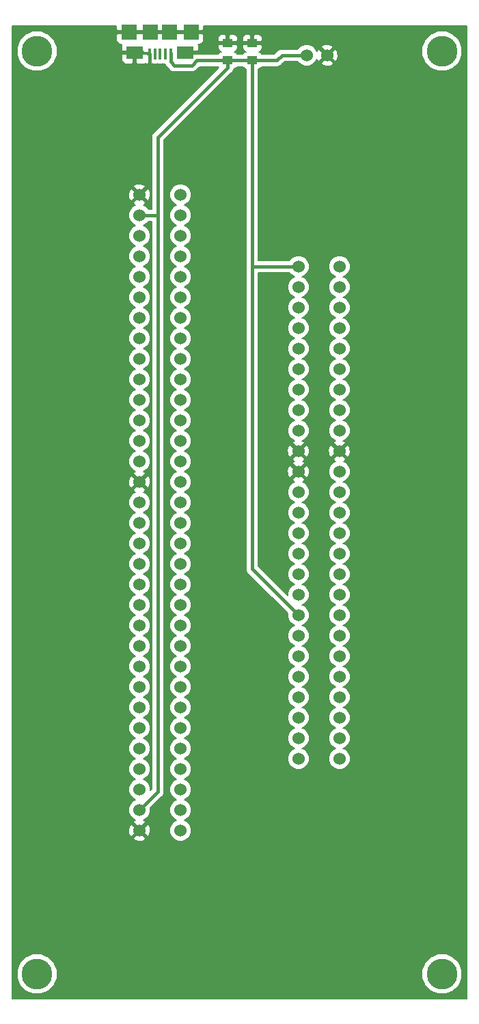
<source format=gtl>
G04 #@! TF.GenerationSoftware,KiCad,Pcbnew,5.0.1-33cea8e~68~ubuntu18.04.1*
G04 #@! TF.CreationDate,2018-11-20T23:31:39-05:00*
G04 #@! TF.ProjectId,power-pcb,706F7765722D7063622E6B696361645F,0.1*
G04 #@! TF.SameCoordinates,Original*
G04 #@! TF.FileFunction,Copper,L1,Top,Signal*
G04 #@! TF.FilePolarity,Positive*
%FSLAX45Y45*%
G04 Gerber Fmt 4.5, Leading zero omitted, Abs format (unit mm)*
G04 Created by KiCad (PCBNEW 5.0.1-33cea8e~68~ubuntu18.04.1) date Tue 20 Nov 2018 11:31:39 PM EST*
%MOMM*%
%LPD*%
G01*
G04 APERTURE LIST*
G04 #@! TA.AperFunction,ComponentPad*
%ADD10C,3.810000*%
G04 #@! TD*
G04 #@! TA.AperFunction,SMDPad,CuDef*
%ADD11R,1.270000X1.016000*%
G04 #@! TD*
G04 #@! TA.AperFunction,ComponentPad*
%ADD12C,1.524000*%
G04 #@! TD*
G04 #@! TA.AperFunction,SMDPad,CuDef*
%ADD13R,0.400000X1.350000*%
G04 #@! TD*
G04 #@! TA.AperFunction,SMDPad,CuDef*
%ADD14R,2.100000X1.600000*%
G04 #@! TD*
G04 #@! TA.AperFunction,SMDPad,CuDef*
%ADD15R,1.900000X1.900000*%
G04 #@! TD*
G04 #@! TA.AperFunction,Conductor*
%ADD16C,0.381000*%
G04 #@! TD*
G04 #@! TA.AperFunction,Conductor*
%ADD17C,0.177800*%
G04 #@! TD*
G04 APERTURE END LIST*
D10*
G04 #@! TO.P,REF\002A\002A,1*
G04 #@! TO.N,N/C*
X17208500Y-4572000D03*
G04 #@! TD*
G04 #@! TO.P,REF\002A\002A,1*
G04 #@! TO.N,N/C*
X12192000Y-4572000D03*
G04 #@! TD*
G04 #@! TO.P,REF\002A\002A,1*
G04 #@! TO.N,N/C*
X17208500Y-16002000D03*
G04 #@! TD*
G04 #@! TO.P,REF\002A\002A,1*
G04 #@! TO.N,N/C*
X12192000Y-16002000D03*
G04 #@! TD*
D11*
G04 #@! TO.P,C101,1*
G04 #@! TO.N,+5V*
X14554200Y-4686300D03*
G04 #@! TO.P,C101,2*
G04 #@! TO.N,GND*
X14554200Y-4470400D03*
G04 #@! TD*
G04 #@! TO.P,C102,2*
G04 #@! TO.N,GND*
X14859000Y-4470400D03*
G04 #@! TO.P,C102,1*
G04 #@! TO.N,+5V*
X14859000Y-4686300D03*
G04 #@! TD*
D12*
G04 #@! TO.P,CON102,1*
G04 #@! TO.N,+5V*
X15532100Y-4622800D03*
G04 #@! TO.P,CON102,2*
G04 #@! TO.N,GND*
X15786100Y-4622800D03*
G04 #@! TD*
G04 #@! TO.P,CON103,A22*
G04 #@! TO.N,Net-(CON103-PadA22)*
X13462000Y-8890000D03*
G04 #@! TO.P,CON103,A21*
G04 #@! TO.N,Net-(CON103-PadA21)*
X13462000Y-9144000D03*
G04 #@! TO.P,CON103,A20*
G04 #@! TO.N,Net-(CON103-PadA20)*
X13462000Y-9398000D03*
G04 #@! TO.P,CON103,A19*
G04 #@! TO.N,Net-(CON103-PadA19)*
X13462000Y-9652000D03*
G04 #@! TO.P,CON103,A18*
G04 #@! TO.N,GND*
X13462000Y-9906000D03*
G04 #@! TO.P,CON103,A17*
G04 #@! TO.N,Net-(CON103-PadA17)*
X13462000Y-10160000D03*
G04 #@! TO.P,CON103,A16*
G04 #@! TO.N,Net-(CON103-PadA16)*
X13462000Y-10414000D03*
G04 #@! TO.P,CON103,A15*
G04 #@! TO.N,Net-(CON103-PadA15)*
X13462000Y-10668000D03*
G04 #@! TO.P,CON103,A14*
G04 #@! TO.N,Net-(CON103-PadA14)*
X13462000Y-10922000D03*
G04 #@! TO.P,CON103,A13*
G04 #@! TO.N,Net-(CON103-PadA13)*
X13462000Y-11176000D03*
G04 #@! TO.P,CON103,A12*
G04 #@! TO.N,Net-(CON103-PadA12)*
X13462000Y-11430000D03*
G04 #@! TO.P,CON103,A11*
G04 #@! TO.N,Net-(CON103-PadA11)*
X13462000Y-11684000D03*
G04 #@! TO.P,CON103,A10*
G04 #@! TO.N,Net-(CON103-PadA10)*
X13462000Y-11938000D03*
G04 #@! TO.P,CON103,A9*
G04 #@! TO.N,Net-(CON103-PadA9)*
X13462000Y-12192000D03*
G04 #@! TO.P,CON103,A8*
G04 #@! TO.N,Net-(CON103-PadA8)*
X13462000Y-12446000D03*
G04 #@! TO.P,CON103,A7*
G04 #@! TO.N,Net-(CON103-PadA7)*
X13462000Y-12700000D03*
G04 #@! TO.P,CON103,A6*
G04 #@! TO.N,Net-(CON103-PadA6)*
X13462000Y-12954000D03*
G04 #@! TO.P,CON103,A5*
G04 #@! TO.N,Net-(CON103-PadA5)*
X13462000Y-13208000D03*
G04 #@! TO.P,CON103,A4*
G04 #@! TO.N,Net-(CON103-PadA4)*
X13462000Y-13462000D03*
G04 #@! TO.P,CON103,A3*
G04 #@! TO.N,Net-(CON103-PadA3)*
X13462000Y-13716000D03*
G04 #@! TO.P,CON103,A2*
G04 #@! TO.N,+5V*
X13462000Y-13970000D03*
G04 #@! TO.P,CON103,A1*
G04 #@! TO.N,GND*
X13462000Y-14224000D03*
G04 #@! TO.P,CON103,B22*
G04 #@! TO.N,Net-(CON103-PadB22)*
X13970000Y-8890000D03*
G04 #@! TO.P,CON103,B21*
G04 #@! TO.N,Net-(CON103-PadB21)*
X13970000Y-9144000D03*
G04 #@! TO.P,CON103,B20*
G04 #@! TO.N,Net-(CON103-PadB20)*
X13970000Y-9398000D03*
G04 #@! TO.P,CON103,B19*
G04 #@! TO.N,Net-(CON103-PadB19)*
X13970000Y-9652000D03*
G04 #@! TO.P,CON103,B18*
G04 #@! TO.N,Net-(CON103-PadB18)*
X13970000Y-9906000D03*
G04 #@! TO.P,CON103,B17*
G04 #@! TO.N,Net-(CON103-PadB17)*
X13970000Y-10160000D03*
G04 #@! TO.P,CON103,B16*
G04 #@! TO.N,Net-(CON103-PadB16)*
X13970000Y-10414000D03*
G04 #@! TO.P,CON103,B15*
G04 #@! TO.N,Net-(CON103-PadB15)*
X13970000Y-10668000D03*
G04 #@! TO.P,CON103,B14*
G04 #@! TO.N,Net-(CON103-PadB14)*
X13970000Y-10922000D03*
G04 #@! TO.P,CON103,B13*
G04 #@! TO.N,Net-(CON103-PadB13)*
X13970000Y-11176000D03*
G04 #@! TO.P,CON103,B12*
G04 #@! TO.N,Net-(CON103-PadB12)*
X13970000Y-11430000D03*
G04 #@! TO.P,CON103,B11*
G04 #@! TO.N,Net-(CON103-PadB11)*
X13970000Y-11684000D03*
G04 #@! TO.P,CON103,B10*
G04 #@! TO.N,Net-(CON103-PadB10)*
X13970000Y-11938000D03*
G04 #@! TO.P,CON103,B9*
G04 #@! TO.N,Net-(CON103-PadB9)*
X13970000Y-12192000D03*
G04 #@! TO.P,CON103,B8*
G04 #@! TO.N,Net-(CON103-PadB8)*
X13970000Y-12446000D03*
G04 #@! TO.P,CON103,B7*
G04 #@! TO.N,Net-(CON103-PadB7)*
X13970000Y-12700000D03*
G04 #@! TO.P,CON103,B6*
G04 #@! TO.N,Net-(CON103-PadB6)*
X13970000Y-12954000D03*
G04 #@! TO.P,CON103,B5*
G04 #@! TO.N,Net-(CON103-PadB5)*
X13970000Y-13208000D03*
G04 #@! TO.P,CON103,B4*
G04 #@! TO.N,Net-(CON103-PadB4)*
X13970000Y-13462000D03*
G04 #@! TO.P,CON103,B3*
G04 #@! TO.N,Net-(CON103-PadB3)*
X13970000Y-13716000D03*
G04 #@! TO.P,CON103,B2*
G04 #@! TO.N,Net-(CON103-PadB2)*
X13970000Y-13970000D03*
G04 #@! TO.P,CON103,B1*
G04 #@! TO.N,Net-(CON103-PadB1)*
X13970000Y-14224000D03*
G04 #@! TO.P,CON103,B23*
G04 #@! TO.N,Net-(CON103-PadB23)*
X13970000Y-8636000D03*
G04 #@! TO.P,CON103,B24*
G04 #@! TO.N,Net-(CON103-PadB24)*
X13970000Y-8382000D03*
G04 #@! TO.P,CON103,B25*
G04 #@! TO.N,Net-(CON103-PadB25)*
X13970000Y-8128000D03*
G04 #@! TO.P,CON103,B26*
G04 #@! TO.N,Net-(CON103-PadB26)*
X13970000Y-7874000D03*
G04 #@! TO.P,CON103,B27*
G04 #@! TO.N,Net-(CON103-PadB27)*
X13970000Y-7620000D03*
G04 #@! TO.P,CON103,B28*
G04 #@! TO.N,Net-(CON103-PadB28)*
X13970000Y-7366000D03*
G04 #@! TO.P,CON103,B29*
G04 #@! TO.N,Net-(CON103-PadB29)*
X13970000Y-7112000D03*
G04 #@! TO.P,CON103,B30*
G04 #@! TO.N,Net-(CON103-PadB30)*
X13970000Y-6858000D03*
G04 #@! TO.P,CON103,B31*
G04 #@! TO.N,Net-(CON103-PadB31)*
X13970000Y-6604000D03*
G04 #@! TO.P,CON103,B32*
G04 #@! TO.N,Net-(CON103-PadB32)*
X13970000Y-6350000D03*
G04 #@! TO.P,CON103,A27*
G04 #@! TO.N,Net-(CON103-PadA27)*
X13462000Y-7620000D03*
G04 #@! TO.P,CON103,A28*
G04 #@! TO.N,Net-(CON103-PadA28)*
X13462000Y-7366000D03*
G04 #@! TO.P,CON103,A29*
G04 #@! TO.N,Net-(CON103-PadA29)*
X13462000Y-7112000D03*
G04 #@! TO.P,CON103,A30*
G04 #@! TO.N,Net-(CON103-PadA30)*
X13462000Y-6858000D03*
G04 #@! TO.P,CON103,A31*
G04 #@! TO.N,+5V*
X13462000Y-6604000D03*
G04 #@! TO.P,CON103,A32*
G04 #@! TO.N,GND*
X13462000Y-6350000D03*
G04 #@! TO.P,CON103,A23*
G04 #@! TO.N,Net-(CON103-PadA23)*
X13462000Y-8636000D03*
G04 #@! TO.P,CON103,A24*
G04 #@! TO.N,Net-(CON103-PadA24)*
X13462000Y-8382000D03*
G04 #@! TO.P,CON103,A25*
G04 #@! TO.N,Net-(CON103-PadA25)*
X13462000Y-8128000D03*
G04 #@! TO.P,CON103,A26*
G04 #@! TO.N,Net-(CON103-PadA26)*
X13462000Y-7874000D03*
G04 #@! TD*
G04 #@! TO.P,CON104,44*
G04 #@! TO.N,Net-(CON104-Pad44)*
X15938500Y-12573000D03*
G04 #@! TO.P,CON104,42*
G04 #@! TO.N,Net-(CON104-Pad42)*
X15938500Y-12319000D03*
G04 #@! TO.P,CON104,40*
G04 #@! TO.N,Net-(CON104-Pad40)*
X15938500Y-12065000D03*
G04 #@! TO.P,CON104,38*
G04 #@! TO.N,Net-(CON104-Pad38)*
X15938500Y-11811000D03*
G04 #@! TO.P,CON104,36*
G04 #@! TO.N,Net-(CON104-Pad36)*
X15938500Y-11557000D03*
G04 #@! TO.P,CON104,34*
G04 #@! TO.N,Net-(CON104-Pad34)*
X15938500Y-11303000D03*
G04 #@! TO.P,CON104,32*
G04 #@! TO.N,Net-(CON104-Pad32)*
X15938500Y-11049000D03*
G04 #@! TO.P,CON104,30*
G04 #@! TO.N,Net-(CON104-Pad30)*
X15938500Y-10795000D03*
G04 #@! TO.P,CON104,28*
G04 #@! TO.N,Net-(CON104-Pad28)*
X15938500Y-10541000D03*
G04 #@! TO.P,CON104,26*
G04 #@! TO.N,Net-(CON104-Pad26)*
X15938500Y-10287000D03*
G04 #@! TO.P,CON104,24*
G04 #@! TO.N,Net-(CON104-Pad24)*
X15938500Y-10033000D03*
G04 #@! TO.P,CON104,22*
G04 #@! TO.N,Net-(CON104-Pad22)*
X15938500Y-9779000D03*
G04 #@! TO.P,CON104,20*
G04 #@! TO.N,GND*
X15938500Y-9525000D03*
G04 #@! TO.P,CON104,18*
G04 #@! TO.N,Net-(CON104-Pad18)*
X15938500Y-9271000D03*
G04 #@! TO.P,CON104,16*
G04 #@! TO.N,Net-(CON104-Pad16)*
X15938500Y-9017000D03*
G04 #@! TO.P,CON104,14*
G04 #@! TO.N,Net-(CON104-Pad14)*
X15938500Y-8763000D03*
G04 #@! TO.P,CON104,12*
G04 #@! TO.N,Net-(CON104-Pad12)*
X15938500Y-8509000D03*
G04 #@! TO.P,CON104,10*
G04 #@! TO.N,Net-(CON104-Pad10)*
X15938500Y-8255000D03*
G04 #@! TO.P,CON104,8*
G04 #@! TO.N,Net-(CON104-Pad8)*
X15938500Y-8001000D03*
G04 #@! TO.P,CON104,6*
G04 #@! TO.N,Net-(CON104-Pad6)*
X15938500Y-7747000D03*
G04 #@! TO.P,CON104,4*
G04 #@! TO.N,Net-(CON104-Pad4)*
X15938500Y-7493000D03*
G04 #@! TO.P,CON104,2*
G04 #@! TO.N,Net-(CON104-Pad2)*
X15938500Y-7239000D03*
G04 #@! TO.P,CON104,43*
G04 #@! TO.N,Net-(CON104-Pad43)*
X15430500Y-12573000D03*
G04 #@! TO.P,CON104,41*
G04 #@! TO.N,Net-(CON104-Pad41)*
X15430500Y-12319000D03*
G04 #@! TO.P,CON104,39*
G04 #@! TO.N,Net-(CON104-Pad39)*
X15430500Y-12065000D03*
G04 #@! TO.P,CON104,37*
G04 #@! TO.N,Net-(CON104-Pad37)*
X15430500Y-11811000D03*
G04 #@! TO.P,CON104,35*
G04 #@! TO.N,+5V*
X15430500Y-11557000D03*
G04 #@! TO.P,CON104,33*
G04 #@! TO.N,Net-(CON104-Pad33)*
X15430500Y-11303000D03*
G04 #@! TO.P,CON104,31*
G04 #@! TO.N,Net-(CON104-Pad31)*
X15430500Y-11049000D03*
G04 #@! TO.P,CON104,29*
G04 #@! TO.N,Net-(CON104-Pad29)*
X15430500Y-10795000D03*
G04 #@! TO.P,CON104,27*
G04 #@! TO.N,Net-(CON104-Pad27)*
X15430500Y-10541000D03*
G04 #@! TO.P,CON104,25*
G04 #@! TO.N,Net-(CON104-Pad25)*
X15430500Y-10287000D03*
G04 #@! TO.P,CON104,23*
G04 #@! TO.N,Net-(CON104-Pad23)*
X15430500Y-10033000D03*
G04 #@! TO.P,CON104,21*
G04 #@! TO.N,GND*
X15430500Y-9779000D03*
G04 #@! TO.P,CON104,19*
X15430500Y-9525000D03*
G04 #@! TO.P,CON104,17*
G04 #@! TO.N,Net-(CON104-Pad17)*
X15430500Y-9271000D03*
G04 #@! TO.P,CON104,15*
G04 #@! TO.N,Net-(CON104-Pad15)*
X15430500Y-9017000D03*
G04 #@! TO.P,CON104,13*
G04 #@! TO.N,Net-(CON104-Pad13)*
X15430500Y-8763000D03*
G04 #@! TO.P,CON104,11*
G04 #@! TO.N,Net-(CON104-Pad11)*
X15430500Y-8509000D03*
G04 #@! TO.P,CON104,9*
G04 #@! TO.N,Net-(CON104-Pad9)*
X15430500Y-8255000D03*
G04 #@! TO.P,CON104,7*
G04 #@! TO.N,Net-(CON104-Pad7)*
X15430500Y-8001000D03*
G04 #@! TO.P,CON104,5*
G04 #@! TO.N,Net-(CON104-Pad5)*
X15430500Y-7747000D03*
G04 #@! TO.P,CON104,3*
G04 #@! TO.N,Net-(CON104-Pad3)*
X15430500Y-7493000D03*
G04 #@! TO.P,CON104,1*
G04 #@! TO.N,+5V*
X15430500Y-7239000D03*
G04 #@! TO.P,CON104,45*
G04 #@! TO.N,Net-(CON104-Pad45)*
X15430500Y-12827000D03*
G04 #@! TO.P,CON104,47*
G04 #@! TO.N,Net-(CON104-Pad47)*
X15430500Y-13081000D03*
G04 #@! TO.P,CON104,49*
G04 #@! TO.N,Net-(CON104-Pad49)*
X15430500Y-13335000D03*
G04 #@! TO.P,CON104,46*
G04 #@! TO.N,Net-(CON104-Pad46)*
X15938500Y-12827000D03*
G04 #@! TO.P,CON104,48*
G04 #@! TO.N,Net-(CON104-Pad48)*
X15938500Y-13081000D03*
G04 #@! TO.P,CON104,50*
G04 #@! TO.N,Net-(CON104-Pad50)*
X15938500Y-13335000D03*
G04 #@! TD*
D13*
G04 #@! TO.P,CON101,3*
G04 #@! TO.N,Net-(CON101-Pad3)*
X13716000Y-4603280D03*
G04 #@! TO.P,CON101,5*
G04 #@! TO.N,GND*
X13586000Y-4603280D03*
G04 #@! TO.P,CON101,1*
G04 #@! TO.N,+5V*
X13846000Y-4603280D03*
G04 #@! TO.P,CON101,2*
G04 #@! TO.N,Net-(CON101-Pad2)*
X13781000Y-4603280D03*
G04 #@! TO.P,CON101,4*
G04 #@! TO.N,Net-(CON101-Pad4)*
X13651000Y-4603280D03*
D14*
G04 #@! TO.P,CON101,0*
G04 #@! TO.N,GND*
X14031000Y-4590780D03*
X13401000Y-4590780D03*
D15*
X13836000Y-4335780D03*
X13596000Y-4335780D03*
X14101000Y-4335780D03*
X13331000Y-4335780D03*
G04 #@! TD*
D16*
G04 #@! TO.N,+5V*
X13846000Y-4703000D02*
X13892800Y-4749800D01*
X13846000Y-4597400D02*
X13846000Y-4703000D01*
X13892800Y-4749800D02*
X14109700Y-4749800D01*
X14173200Y-4686300D02*
X14554200Y-4686300D01*
X14109700Y-4749800D02*
X14173200Y-4686300D01*
X14554200Y-4686300D02*
X14859000Y-4686300D01*
X13462000Y-13970000D02*
X13690600Y-13741400D01*
X13462000Y-6604000D02*
X13690600Y-6604000D01*
X13690600Y-13741400D02*
X13690600Y-6604000D01*
X14554200Y-4775200D02*
X14554200Y-4686300D01*
X13690600Y-6604000D02*
X13690600Y-5638800D01*
X13690600Y-5638800D02*
X14554200Y-4775200D01*
X14859000Y-10985500D02*
X15430500Y-11557000D01*
X15322737Y-7239000D02*
X14859000Y-7239000D01*
X15430500Y-7239000D02*
X15322737Y-7239000D01*
X14859000Y-4686300D02*
X14859000Y-7239000D01*
X14859000Y-7239000D02*
X14859000Y-10985500D01*
X15532100Y-4622800D02*
X15424337Y-4622800D01*
X15424337Y-4622800D02*
X15227300Y-4622800D01*
X15227300Y-4622800D02*
X15163800Y-4686300D01*
X15163800Y-4686300D02*
X14859000Y-4686300D01*
G04 #@! TO.N,GND*
X13586000Y-4708880D02*
X13586460Y-4709340D01*
X13586000Y-4603280D02*
X13586000Y-4708880D01*
X13586460Y-4709340D02*
X13586460Y-4742180D01*
G04 #@! TD*
D17*
G04 #@! TO.N,GND*
G36*
X13176310Y-4304348D02*
X13191232Y-4319270D01*
X13314490Y-4319270D01*
X13314490Y-4317270D01*
X13347510Y-4317270D01*
X13347510Y-4319270D01*
X13579490Y-4319270D01*
X13579490Y-4317270D01*
X13612510Y-4317270D01*
X13612510Y-4319270D01*
X13819490Y-4319270D01*
X13819490Y-4317270D01*
X13852510Y-4317270D01*
X13852510Y-4319270D01*
X14084490Y-4319270D01*
X14084490Y-4317270D01*
X14117510Y-4317270D01*
X14117510Y-4319270D01*
X14240767Y-4319270D01*
X14255690Y-4304348D01*
X14255690Y-4263390D01*
X17517110Y-4263390D01*
X17517110Y-16310610D01*
X11883390Y-16310610D01*
X11883390Y-15952234D01*
X11941810Y-15952234D01*
X11941810Y-16051766D01*
X11979899Y-16143721D01*
X12050279Y-16214101D01*
X12142234Y-16252190D01*
X12241766Y-16252190D01*
X12333721Y-16214101D01*
X12404101Y-16143721D01*
X12442190Y-16051766D01*
X12442190Y-15952234D01*
X16958310Y-15952234D01*
X16958310Y-16051766D01*
X16996399Y-16143721D01*
X17066779Y-16214101D01*
X17158734Y-16252190D01*
X17258266Y-16252190D01*
X17350221Y-16214101D01*
X17420601Y-16143721D01*
X17458690Y-16051766D01*
X17458690Y-15952234D01*
X17420601Y-15860279D01*
X17350221Y-15789899D01*
X17258266Y-15751810D01*
X17158734Y-15751810D01*
X17066779Y-15789899D01*
X16996399Y-15860279D01*
X16958310Y-15952234D01*
X12442190Y-15952234D01*
X12404101Y-15860279D01*
X12333721Y-15789899D01*
X12241766Y-15751810D01*
X12142234Y-15751810D01*
X12050279Y-15789899D01*
X11979899Y-15860279D01*
X11941810Y-15952234D01*
X11883390Y-15952234D01*
X11883390Y-14322311D01*
X13387038Y-14322311D01*
X13394498Y-14344997D01*
X13445940Y-14361618D01*
X13499827Y-14357289D01*
X13529502Y-14344997D01*
X13536962Y-14322311D01*
X13462000Y-14247349D01*
X13387038Y-14322311D01*
X11883390Y-14322311D01*
X11883390Y-14207940D01*
X13324382Y-14207940D01*
X13328711Y-14261827D01*
X13341003Y-14291502D01*
X13363689Y-14298962D01*
X13438651Y-14224000D01*
X13485349Y-14224000D01*
X13560311Y-14298962D01*
X13582997Y-14291502D01*
X13599618Y-14240060D01*
X13595289Y-14186173D01*
X13582997Y-14156498D01*
X13560311Y-14149038D01*
X13485349Y-14224000D01*
X13438651Y-14224000D01*
X13363689Y-14149038D01*
X13341003Y-14156498D01*
X13324382Y-14207940D01*
X11883390Y-14207940D01*
X11883390Y-9889940D01*
X13324382Y-9889940D01*
X13328711Y-9943827D01*
X13341003Y-9973502D01*
X13363689Y-9980962D01*
X13438651Y-9906000D01*
X13485349Y-9906000D01*
X13560311Y-9980962D01*
X13582997Y-9973502D01*
X13599618Y-9922060D01*
X13595289Y-9868173D01*
X13582997Y-9838498D01*
X13560311Y-9831038D01*
X13485349Y-9906000D01*
X13438651Y-9906000D01*
X13363689Y-9831038D01*
X13341003Y-9838498D01*
X13324382Y-9889940D01*
X11883390Y-9889940D01*
X11883390Y-6333940D01*
X13324382Y-6333940D01*
X13328711Y-6387827D01*
X13341003Y-6417502D01*
X13363689Y-6424962D01*
X13438651Y-6350000D01*
X13485349Y-6350000D01*
X13560311Y-6424962D01*
X13582997Y-6417502D01*
X13599618Y-6366060D01*
X13595289Y-6312173D01*
X13582997Y-6282498D01*
X13560311Y-6275038D01*
X13485349Y-6350000D01*
X13438651Y-6350000D01*
X13363689Y-6275038D01*
X13341003Y-6282498D01*
X13324382Y-6333940D01*
X11883390Y-6333940D01*
X11883390Y-6251689D01*
X13387038Y-6251689D01*
X13462000Y-6326651D01*
X13536962Y-6251689D01*
X13529502Y-6229003D01*
X13478060Y-6212382D01*
X13424173Y-6216711D01*
X13394498Y-6229003D01*
X13387038Y-6251689D01*
X11883390Y-6251689D01*
X11883390Y-4522234D01*
X11941810Y-4522234D01*
X11941810Y-4621766D01*
X11979899Y-4713721D01*
X12050279Y-4784101D01*
X12142234Y-4822190D01*
X12241766Y-4822190D01*
X12333721Y-4784101D01*
X12404101Y-4713721D01*
X12442005Y-4622213D01*
X13236310Y-4622213D01*
X13236310Y-4682653D01*
X13245397Y-4704592D01*
X13262188Y-4721383D01*
X13284127Y-4730470D01*
X13369567Y-4730470D01*
X13384490Y-4715548D01*
X13384490Y-4607290D01*
X13251232Y-4607290D01*
X13236310Y-4622213D01*
X12442005Y-4622213D01*
X12442190Y-4621766D01*
X12442190Y-4522234D01*
X12404101Y-4430279D01*
X12341034Y-4367213D01*
X13176310Y-4367213D01*
X13176310Y-4442653D01*
X13185397Y-4464592D01*
X13202188Y-4481383D01*
X13224127Y-4490470D01*
X13239805Y-4490470D01*
X13236310Y-4498907D01*
X13236310Y-4559348D01*
X13251232Y-4574270D01*
X13384490Y-4574270D01*
X13384490Y-4572270D01*
X13417510Y-4572270D01*
X13417510Y-4574270D01*
X13508732Y-4574270D01*
X13521232Y-4586770D01*
X13570141Y-4586770D01*
X13570141Y-4619790D01*
X13563267Y-4619790D01*
X13550767Y-4607290D01*
X13417510Y-4607290D01*
X13417510Y-4715548D01*
X13432432Y-4730470D01*
X13517873Y-4730470D01*
X13536000Y-4722962D01*
X13554127Y-4730470D01*
X13561077Y-4730470D01*
X13576000Y-4715548D01*
X13576000Y-4695906D01*
X13587966Y-4713814D01*
X13606954Y-4726501D01*
X13610922Y-4730470D01*
X13617873Y-4730470D01*
X13620225Y-4729496D01*
X13631000Y-4731639D01*
X13671000Y-4731639D01*
X13683500Y-4729153D01*
X13696000Y-4731639D01*
X13736000Y-4731639D01*
X13748500Y-4729153D01*
X13761000Y-4731639D01*
X13771414Y-4731639D01*
X13771829Y-4733723D01*
X13789232Y-4759768D01*
X13795806Y-4764161D01*
X13831638Y-4799994D01*
X13836032Y-4806568D01*
X13862077Y-4823972D01*
X13885045Y-4828540D01*
X13885045Y-4828540D01*
X13892800Y-4830083D01*
X13900555Y-4828540D01*
X14101945Y-4828540D01*
X14109700Y-4830083D01*
X14117455Y-4828540D01*
X14117455Y-4828540D01*
X14140423Y-4823972D01*
X14166468Y-4806568D01*
X14170862Y-4799994D01*
X14205815Y-4765040D01*
X14437580Y-4765040D01*
X14443759Y-4774286D01*
X13640406Y-5577639D01*
X13633832Y-5582032D01*
X13629439Y-5588606D01*
X13616429Y-5608077D01*
X13610317Y-5638800D01*
X13611860Y-5646556D01*
X13611860Y-6525260D01*
X13575437Y-6525260D01*
X13538975Y-6488798D01*
X13512751Y-6477935D01*
X13529502Y-6470997D01*
X13536962Y-6448311D01*
X13462000Y-6373349D01*
X13387038Y-6448311D01*
X13394498Y-6470997D01*
X13413319Y-6477078D01*
X13385024Y-6488798D01*
X13346798Y-6527024D01*
X13326110Y-6576970D01*
X13326110Y-6631030D01*
X13346798Y-6680975D01*
X13385024Y-6719202D01*
X13413507Y-6731000D01*
X13385024Y-6742798D01*
X13346798Y-6781024D01*
X13326110Y-6830970D01*
X13326110Y-6885030D01*
X13346798Y-6934975D01*
X13385024Y-6973202D01*
X13413507Y-6985000D01*
X13385024Y-6996798D01*
X13346798Y-7035024D01*
X13326110Y-7084970D01*
X13326110Y-7139030D01*
X13346798Y-7188975D01*
X13385024Y-7227202D01*
X13413507Y-7239000D01*
X13385024Y-7250798D01*
X13346798Y-7289024D01*
X13326110Y-7338970D01*
X13326110Y-7393030D01*
X13346798Y-7442975D01*
X13385024Y-7481202D01*
X13413507Y-7493000D01*
X13385024Y-7504798D01*
X13346798Y-7543024D01*
X13326110Y-7592970D01*
X13326110Y-7647030D01*
X13346798Y-7696975D01*
X13385024Y-7735202D01*
X13413507Y-7747000D01*
X13385024Y-7758798D01*
X13346798Y-7797024D01*
X13326110Y-7846970D01*
X13326110Y-7901030D01*
X13346798Y-7950975D01*
X13385024Y-7989202D01*
X13413507Y-8001000D01*
X13385024Y-8012798D01*
X13346798Y-8051024D01*
X13326110Y-8100970D01*
X13326110Y-8155030D01*
X13346798Y-8204975D01*
X13385024Y-8243202D01*
X13413507Y-8255000D01*
X13385024Y-8266798D01*
X13346798Y-8305024D01*
X13326110Y-8354970D01*
X13326110Y-8409030D01*
X13346798Y-8458976D01*
X13385024Y-8497202D01*
X13413507Y-8509000D01*
X13385024Y-8520798D01*
X13346798Y-8559025D01*
X13326110Y-8608970D01*
X13326110Y-8663030D01*
X13346798Y-8712976D01*
X13385024Y-8751202D01*
X13413507Y-8763000D01*
X13385024Y-8774798D01*
X13346798Y-8813025D01*
X13326110Y-8862970D01*
X13326110Y-8917030D01*
X13346798Y-8966976D01*
X13385024Y-9005202D01*
X13413507Y-9017000D01*
X13385024Y-9028798D01*
X13346798Y-9067025D01*
X13326110Y-9116970D01*
X13326110Y-9171030D01*
X13346798Y-9220976D01*
X13385024Y-9259202D01*
X13413507Y-9271000D01*
X13385024Y-9282798D01*
X13346798Y-9321025D01*
X13326110Y-9370970D01*
X13326110Y-9425030D01*
X13346798Y-9474976D01*
X13385024Y-9513202D01*
X13413507Y-9525000D01*
X13385024Y-9536798D01*
X13346798Y-9575025D01*
X13326110Y-9624970D01*
X13326110Y-9679030D01*
X13346798Y-9728976D01*
X13385024Y-9767202D01*
X13411249Y-9778065D01*
X13394498Y-9785003D01*
X13387038Y-9807689D01*
X13462000Y-9882651D01*
X13536962Y-9807689D01*
X13529502Y-9785003D01*
X13510681Y-9778922D01*
X13538975Y-9767202D01*
X13577202Y-9728976D01*
X13597890Y-9679030D01*
X13597890Y-9624970D01*
X13577202Y-9575025D01*
X13538975Y-9536798D01*
X13510492Y-9525000D01*
X13538975Y-9513202D01*
X13577202Y-9474976D01*
X13597890Y-9425030D01*
X13597890Y-9370970D01*
X13577202Y-9321025D01*
X13538975Y-9282798D01*
X13510492Y-9271000D01*
X13538975Y-9259202D01*
X13577202Y-9220976D01*
X13597890Y-9171030D01*
X13597890Y-9116970D01*
X13577202Y-9067025D01*
X13538975Y-9028798D01*
X13510492Y-9017000D01*
X13538975Y-9005202D01*
X13577202Y-8966976D01*
X13597890Y-8917030D01*
X13597890Y-8862970D01*
X13577202Y-8813025D01*
X13538975Y-8774798D01*
X13510492Y-8763000D01*
X13538975Y-8751202D01*
X13577202Y-8712976D01*
X13597890Y-8663030D01*
X13597890Y-8608970D01*
X13577202Y-8559025D01*
X13538975Y-8520798D01*
X13510492Y-8509000D01*
X13538975Y-8497202D01*
X13577202Y-8458976D01*
X13597890Y-8409030D01*
X13597890Y-8354970D01*
X13577202Y-8305024D01*
X13538975Y-8266798D01*
X13510492Y-8255000D01*
X13538975Y-8243202D01*
X13577202Y-8204975D01*
X13597890Y-8155030D01*
X13597890Y-8100970D01*
X13577202Y-8051024D01*
X13538975Y-8012798D01*
X13510492Y-8001000D01*
X13538975Y-7989202D01*
X13577202Y-7950975D01*
X13597890Y-7901030D01*
X13597890Y-7846970D01*
X13577202Y-7797024D01*
X13538975Y-7758798D01*
X13510492Y-7747000D01*
X13538975Y-7735202D01*
X13577202Y-7696975D01*
X13597890Y-7647030D01*
X13597890Y-7592970D01*
X13577202Y-7543024D01*
X13538975Y-7504798D01*
X13510492Y-7493000D01*
X13538975Y-7481202D01*
X13577202Y-7442975D01*
X13597890Y-7393030D01*
X13597890Y-7338970D01*
X13577202Y-7289024D01*
X13538975Y-7250798D01*
X13510492Y-7239000D01*
X13538975Y-7227202D01*
X13577202Y-7188975D01*
X13597890Y-7139030D01*
X13597890Y-7084970D01*
X13577202Y-7035024D01*
X13538975Y-6996798D01*
X13510492Y-6985000D01*
X13538975Y-6973202D01*
X13577202Y-6934975D01*
X13597890Y-6885030D01*
X13597890Y-6830970D01*
X13577202Y-6781024D01*
X13538975Y-6742798D01*
X13510492Y-6731000D01*
X13538975Y-6719202D01*
X13575437Y-6682740D01*
X13611860Y-6682740D01*
X13611860Y-13708785D01*
X13597890Y-13722755D01*
X13597890Y-13688970D01*
X13577202Y-13639024D01*
X13538975Y-13600798D01*
X13510492Y-13589000D01*
X13538975Y-13577202D01*
X13577202Y-13538975D01*
X13597890Y-13489030D01*
X13597890Y-13434970D01*
X13577202Y-13385024D01*
X13538975Y-13346798D01*
X13510492Y-13335000D01*
X13538975Y-13323202D01*
X13577202Y-13284975D01*
X13597890Y-13235030D01*
X13597890Y-13180970D01*
X13577202Y-13131024D01*
X13538975Y-13092798D01*
X13510492Y-13081000D01*
X13538975Y-13069202D01*
X13577202Y-13030975D01*
X13597890Y-12981030D01*
X13597890Y-12926970D01*
X13577202Y-12877024D01*
X13538975Y-12838798D01*
X13510492Y-12827000D01*
X13538975Y-12815202D01*
X13577202Y-12776975D01*
X13597890Y-12727030D01*
X13597890Y-12672970D01*
X13577202Y-12623024D01*
X13538975Y-12584798D01*
X13510492Y-12573000D01*
X13538975Y-12561202D01*
X13577202Y-12522975D01*
X13597890Y-12473030D01*
X13597890Y-12418970D01*
X13577202Y-12369024D01*
X13538975Y-12330798D01*
X13510492Y-12319000D01*
X13538975Y-12307202D01*
X13577202Y-12268975D01*
X13597890Y-12219030D01*
X13597890Y-12164970D01*
X13577202Y-12115024D01*
X13538975Y-12076798D01*
X13510492Y-12065000D01*
X13538975Y-12053202D01*
X13577202Y-12014975D01*
X13597890Y-11965030D01*
X13597890Y-11910970D01*
X13577202Y-11861024D01*
X13538975Y-11822798D01*
X13510492Y-11811000D01*
X13538975Y-11799202D01*
X13577202Y-11760975D01*
X13597890Y-11711030D01*
X13597890Y-11656970D01*
X13577202Y-11607024D01*
X13538975Y-11568798D01*
X13510492Y-11557000D01*
X13538975Y-11545202D01*
X13577202Y-11506975D01*
X13597890Y-11457030D01*
X13597890Y-11402970D01*
X13577202Y-11353024D01*
X13538975Y-11314798D01*
X13510492Y-11303000D01*
X13538975Y-11291202D01*
X13577202Y-11252975D01*
X13597890Y-11203030D01*
X13597890Y-11148970D01*
X13577202Y-11099025D01*
X13538975Y-11060798D01*
X13510492Y-11049000D01*
X13538975Y-11037202D01*
X13577202Y-10998976D01*
X13597890Y-10949030D01*
X13597890Y-10894970D01*
X13577202Y-10845025D01*
X13538975Y-10806798D01*
X13510492Y-10795000D01*
X13538975Y-10783202D01*
X13577202Y-10744976D01*
X13597890Y-10695030D01*
X13597890Y-10640970D01*
X13577202Y-10591025D01*
X13538975Y-10552798D01*
X13510492Y-10541000D01*
X13538975Y-10529202D01*
X13577202Y-10490976D01*
X13597890Y-10441030D01*
X13597890Y-10386970D01*
X13577202Y-10337025D01*
X13538975Y-10298798D01*
X13510492Y-10287000D01*
X13538975Y-10275202D01*
X13577202Y-10236976D01*
X13597890Y-10187030D01*
X13597890Y-10132970D01*
X13577202Y-10083025D01*
X13538975Y-10044798D01*
X13512751Y-10033935D01*
X13529502Y-10026997D01*
X13536962Y-10004311D01*
X13462000Y-9929349D01*
X13387038Y-10004311D01*
X13394498Y-10026997D01*
X13413319Y-10033078D01*
X13385024Y-10044798D01*
X13346798Y-10083025D01*
X13326110Y-10132970D01*
X13326110Y-10187030D01*
X13346798Y-10236976D01*
X13385024Y-10275202D01*
X13413507Y-10287000D01*
X13385024Y-10298798D01*
X13346798Y-10337025D01*
X13326110Y-10386970D01*
X13326110Y-10441030D01*
X13346798Y-10490976D01*
X13385024Y-10529202D01*
X13413507Y-10541000D01*
X13385024Y-10552798D01*
X13346798Y-10591025D01*
X13326110Y-10640970D01*
X13326110Y-10695030D01*
X13346798Y-10744976D01*
X13385024Y-10783202D01*
X13413507Y-10795000D01*
X13385024Y-10806798D01*
X13346798Y-10845025D01*
X13326110Y-10894970D01*
X13326110Y-10949030D01*
X13346798Y-10998976D01*
X13385024Y-11037202D01*
X13413507Y-11049000D01*
X13385024Y-11060798D01*
X13346798Y-11099025D01*
X13326110Y-11148970D01*
X13326110Y-11203030D01*
X13346798Y-11252975D01*
X13385024Y-11291202D01*
X13413507Y-11303000D01*
X13385024Y-11314798D01*
X13346798Y-11353024D01*
X13326110Y-11402970D01*
X13326110Y-11457030D01*
X13346798Y-11506975D01*
X13385024Y-11545202D01*
X13413507Y-11557000D01*
X13385024Y-11568798D01*
X13346798Y-11607024D01*
X13326110Y-11656970D01*
X13326110Y-11711030D01*
X13346798Y-11760975D01*
X13385024Y-11799202D01*
X13413507Y-11811000D01*
X13385024Y-11822798D01*
X13346798Y-11861024D01*
X13326110Y-11910970D01*
X13326110Y-11965030D01*
X13346798Y-12014975D01*
X13385024Y-12053202D01*
X13413507Y-12065000D01*
X13385024Y-12076798D01*
X13346798Y-12115024D01*
X13326110Y-12164970D01*
X13326110Y-12219030D01*
X13346798Y-12268975D01*
X13385024Y-12307202D01*
X13413507Y-12319000D01*
X13385024Y-12330798D01*
X13346798Y-12369024D01*
X13326110Y-12418970D01*
X13326110Y-12473030D01*
X13346798Y-12522975D01*
X13385024Y-12561202D01*
X13413507Y-12573000D01*
X13385024Y-12584798D01*
X13346798Y-12623024D01*
X13326110Y-12672970D01*
X13326110Y-12727030D01*
X13346798Y-12776975D01*
X13385024Y-12815202D01*
X13413507Y-12827000D01*
X13385024Y-12838798D01*
X13346798Y-12877024D01*
X13326110Y-12926970D01*
X13326110Y-12981030D01*
X13346798Y-13030975D01*
X13385024Y-13069202D01*
X13413507Y-13081000D01*
X13385024Y-13092798D01*
X13346798Y-13131024D01*
X13326110Y-13180970D01*
X13326110Y-13235030D01*
X13346798Y-13284975D01*
X13385024Y-13323202D01*
X13413507Y-13335000D01*
X13385024Y-13346798D01*
X13346798Y-13385024D01*
X13326110Y-13434970D01*
X13326110Y-13489030D01*
X13346798Y-13538975D01*
X13385024Y-13577202D01*
X13413507Y-13589000D01*
X13385024Y-13600798D01*
X13346798Y-13639024D01*
X13326110Y-13688970D01*
X13326110Y-13743030D01*
X13346798Y-13792975D01*
X13385024Y-13831202D01*
X13413507Y-13843000D01*
X13385024Y-13854798D01*
X13346798Y-13893024D01*
X13326110Y-13942970D01*
X13326110Y-13997030D01*
X13346798Y-14046975D01*
X13385024Y-14085202D01*
X13411249Y-14096065D01*
X13394498Y-14103003D01*
X13387038Y-14125689D01*
X13462000Y-14200651D01*
X13536962Y-14125689D01*
X13529502Y-14103003D01*
X13510681Y-14096922D01*
X13538975Y-14085202D01*
X13577202Y-14046975D01*
X13597890Y-13997030D01*
X13597890Y-13945465D01*
X13740794Y-13802561D01*
X13747368Y-13798168D01*
X13764771Y-13772123D01*
X13769340Y-13749155D01*
X13769340Y-13749155D01*
X13770883Y-13741400D01*
X13769340Y-13733645D01*
X13769340Y-6611755D01*
X13770883Y-6604000D01*
X13769340Y-6596245D01*
X13769340Y-6322970D01*
X13834110Y-6322970D01*
X13834110Y-6377030D01*
X13854798Y-6426975D01*
X13893024Y-6465202D01*
X13921507Y-6477000D01*
X13893024Y-6488798D01*
X13854798Y-6527024D01*
X13834110Y-6576970D01*
X13834110Y-6631030D01*
X13854798Y-6680975D01*
X13893024Y-6719202D01*
X13921507Y-6731000D01*
X13893024Y-6742798D01*
X13854798Y-6781024D01*
X13834110Y-6830970D01*
X13834110Y-6885030D01*
X13854798Y-6934975D01*
X13893024Y-6973202D01*
X13921507Y-6985000D01*
X13893024Y-6996798D01*
X13854798Y-7035024D01*
X13834110Y-7084970D01*
X13834110Y-7139030D01*
X13854798Y-7188975D01*
X13893024Y-7227202D01*
X13921507Y-7239000D01*
X13893024Y-7250798D01*
X13854798Y-7289024D01*
X13834110Y-7338970D01*
X13834110Y-7393030D01*
X13854798Y-7442975D01*
X13893024Y-7481202D01*
X13921507Y-7493000D01*
X13893024Y-7504798D01*
X13854798Y-7543024D01*
X13834110Y-7592970D01*
X13834110Y-7647030D01*
X13854798Y-7696975D01*
X13893024Y-7735202D01*
X13921507Y-7747000D01*
X13893024Y-7758798D01*
X13854798Y-7797024D01*
X13834110Y-7846970D01*
X13834110Y-7901030D01*
X13854798Y-7950975D01*
X13893024Y-7989202D01*
X13921507Y-8001000D01*
X13893024Y-8012798D01*
X13854798Y-8051024D01*
X13834110Y-8100970D01*
X13834110Y-8155030D01*
X13854798Y-8204975D01*
X13893024Y-8243202D01*
X13921507Y-8255000D01*
X13893024Y-8266798D01*
X13854798Y-8305024D01*
X13834110Y-8354970D01*
X13834110Y-8409030D01*
X13854798Y-8458976D01*
X13893024Y-8497202D01*
X13921507Y-8509000D01*
X13893024Y-8520798D01*
X13854798Y-8559025D01*
X13834110Y-8608970D01*
X13834110Y-8663030D01*
X13854798Y-8712976D01*
X13893024Y-8751202D01*
X13921507Y-8763000D01*
X13893024Y-8774798D01*
X13854798Y-8813025D01*
X13834110Y-8862970D01*
X13834110Y-8917030D01*
X13854798Y-8966976D01*
X13893024Y-9005202D01*
X13921507Y-9017000D01*
X13893024Y-9028798D01*
X13854798Y-9067025D01*
X13834110Y-9116970D01*
X13834110Y-9171030D01*
X13854798Y-9220976D01*
X13893024Y-9259202D01*
X13921507Y-9271000D01*
X13893024Y-9282798D01*
X13854798Y-9321025D01*
X13834110Y-9370970D01*
X13834110Y-9425030D01*
X13854798Y-9474976D01*
X13893024Y-9513202D01*
X13921507Y-9525000D01*
X13893024Y-9536798D01*
X13854798Y-9575025D01*
X13834110Y-9624970D01*
X13834110Y-9679030D01*
X13854798Y-9728976D01*
X13893024Y-9767202D01*
X13921507Y-9779000D01*
X13893024Y-9790798D01*
X13854798Y-9829025D01*
X13834110Y-9878970D01*
X13834110Y-9933030D01*
X13854798Y-9982976D01*
X13893024Y-10021202D01*
X13921507Y-10033000D01*
X13893024Y-10044798D01*
X13854798Y-10083025D01*
X13834110Y-10132970D01*
X13834110Y-10187030D01*
X13854798Y-10236976D01*
X13893024Y-10275202D01*
X13921507Y-10287000D01*
X13893024Y-10298798D01*
X13854798Y-10337025D01*
X13834110Y-10386970D01*
X13834110Y-10441030D01*
X13854798Y-10490976D01*
X13893024Y-10529202D01*
X13921507Y-10541000D01*
X13893024Y-10552798D01*
X13854798Y-10591025D01*
X13834110Y-10640970D01*
X13834110Y-10695030D01*
X13854798Y-10744976D01*
X13893024Y-10783202D01*
X13921507Y-10795000D01*
X13893024Y-10806798D01*
X13854798Y-10845025D01*
X13834110Y-10894970D01*
X13834110Y-10949030D01*
X13854798Y-10998976D01*
X13893024Y-11037202D01*
X13921507Y-11049000D01*
X13893024Y-11060798D01*
X13854798Y-11099025D01*
X13834110Y-11148970D01*
X13834110Y-11203030D01*
X13854798Y-11252975D01*
X13893024Y-11291202D01*
X13921507Y-11303000D01*
X13893024Y-11314798D01*
X13854798Y-11353024D01*
X13834110Y-11402970D01*
X13834110Y-11457030D01*
X13854798Y-11506975D01*
X13893024Y-11545202D01*
X13921507Y-11557000D01*
X13893024Y-11568798D01*
X13854798Y-11607024D01*
X13834110Y-11656970D01*
X13834110Y-11711030D01*
X13854798Y-11760975D01*
X13893024Y-11799202D01*
X13921507Y-11811000D01*
X13893024Y-11822798D01*
X13854798Y-11861024D01*
X13834110Y-11910970D01*
X13834110Y-11965030D01*
X13854798Y-12014975D01*
X13893024Y-12053202D01*
X13921507Y-12065000D01*
X13893024Y-12076798D01*
X13854798Y-12115024D01*
X13834110Y-12164970D01*
X13834110Y-12219030D01*
X13854798Y-12268975D01*
X13893024Y-12307202D01*
X13921507Y-12319000D01*
X13893024Y-12330798D01*
X13854798Y-12369024D01*
X13834110Y-12418970D01*
X13834110Y-12473030D01*
X13854798Y-12522975D01*
X13893024Y-12561202D01*
X13921507Y-12573000D01*
X13893024Y-12584798D01*
X13854798Y-12623024D01*
X13834110Y-12672970D01*
X13834110Y-12727030D01*
X13854798Y-12776975D01*
X13893024Y-12815202D01*
X13921507Y-12827000D01*
X13893024Y-12838798D01*
X13854798Y-12877024D01*
X13834110Y-12926970D01*
X13834110Y-12981030D01*
X13854798Y-13030975D01*
X13893024Y-13069202D01*
X13921507Y-13081000D01*
X13893024Y-13092798D01*
X13854798Y-13131024D01*
X13834110Y-13180970D01*
X13834110Y-13235030D01*
X13854798Y-13284975D01*
X13893024Y-13323202D01*
X13921507Y-13335000D01*
X13893024Y-13346798D01*
X13854798Y-13385024D01*
X13834110Y-13434970D01*
X13834110Y-13489030D01*
X13854798Y-13538975D01*
X13893024Y-13577202D01*
X13921507Y-13589000D01*
X13893024Y-13600798D01*
X13854798Y-13639024D01*
X13834110Y-13688970D01*
X13834110Y-13743030D01*
X13854798Y-13792975D01*
X13893024Y-13831202D01*
X13921507Y-13843000D01*
X13893024Y-13854798D01*
X13854798Y-13893024D01*
X13834110Y-13942970D01*
X13834110Y-13997030D01*
X13854798Y-14046975D01*
X13893024Y-14085202D01*
X13921507Y-14097000D01*
X13893024Y-14108798D01*
X13854798Y-14147024D01*
X13834110Y-14196970D01*
X13834110Y-14251030D01*
X13854798Y-14300975D01*
X13893024Y-14339202D01*
X13942970Y-14359890D01*
X13997030Y-14359890D01*
X14046975Y-14339202D01*
X14085202Y-14300975D01*
X14105890Y-14251030D01*
X14105890Y-14196970D01*
X14085202Y-14147024D01*
X14046975Y-14108798D01*
X14018492Y-14097000D01*
X14046975Y-14085202D01*
X14085202Y-14046975D01*
X14105890Y-13997030D01*
X14105890Y-13942970D01*
X14085202Y-13893024D01*
X14046975Y-13854798D01*
X14018492Y-13843000D01*
X14046975Y-13831202D01*
X14085202Y-13792975D01*
X14105890Y-13743030D01*
X14105890Y-13688970D01*
X14085202Y-13639024D01*
X14046975Y-13600798D01*
X14018492Y-13589000D01*
X14046975Y-13577202D01*
X14085202Y-13538975D01*
X14105890Y-13489030D01*
X14105890Y-13434970D01*
X14085202Y-13385024D01*
X14046975Y-13346798D01*
X14018492Y-13335000D01*
X14046975Y-13323202D01*
X14085202Y-13284975D01*
X14105890Y-13235030D01*
X14105890Y-13180970D01*
X14085202Y-13131024D01*
X14046975Y-13092798D01*
X14018492Y-13081000D01*
X14046975Y-13069202D01*
X14085202Y-13030975D01*
X14105890Y-12981030D01*
X14105890Y-12926970D01*
X14085202Y-12877024D01*
X14046975Y-12838798D01*
X14018492Y-12827000D01*
X14046975Y-12815202D01*
X14085202Y-12776975D01*
X14105890Y-12727030D01*
X14105890Y-12672970D01*
X14085202Y-12623024D01*
X14046975Y-12584798D01*
X14018492Y-12573000D01*
X14046975Y-12561202D01*
X14085202Y-12522975D01*
X14105890Y-12473030D01*
X14105890Y-12418970D01*
X14085202Y-12369024D01*
X14046975Y-12330798D01*
X14018492Y-12319000D01*
X14046975Y-12307202D01*
X14085202Y-12268975D01*
X14105890Y-12219030D01*
X14105890Y-12164970D01*
X14085202Y-12115024D01*
X14046975Y-12076798D01*
X14018492Y-12065000D01*
X14046975Y-12053202D01*
X14085202Y-12014975D01*
X14105890Y-11965030D01*
X14105890Y-11910970D01*
X14085202Y-11861024D01*
X14046975Y-11822798D01*
X14018492Y-11811000D01*
X14046975Y-11799202D01*
X14085202Y-11760975D01*
X14105890Y-11711030D01*
X14105890Y-11656970D01*
X14085202Y-11607024D01*
X14046975Y-11568798D01*
X14018492Y-11557000D01*
X14046975Y-11545202D01*
X14085202Y-11506975D01*
X14105890Y-11457030D01*
X14105890Y-11402970D01*
X14085202Y-11353024D01*
X14046975Y-11314798D01*
X14018492Y-11303000D01*
X14046975Y-11291202D01*
X14085202Y-11252975D01*
X14105890Y-11203030D01*
X14105890Y-11148970D01*
X14085202Y-11099025D01*
X14046975Y-11060798D01*
X14018492Y-11049000D01*
X14046975Y-11037202D01*
X14085202Y-10998976D01*
X14105890Y-10949030D01*
X14105890Y-10894970D01*
X14085202Y-10845025D01*
X14046975Y-10806798D01*
X14018492Y-10795000D01*
X14046975Y-10783202D01*
X14085202Y-10744976D01*
X14105890Y-10695030D01*
X14105890Y-10640970D01*
X14085202Y-10591025D01*
X14046975Y-10552798D01*
X14018492Y-10541000D01*
X14046975Y-10529202D01*
X14085202Y-10490976D01*
X14105890Y-10441030D01*
X14105890Y-10386970D01*
X14085202Y-10337025D01*
X14046975Y-10298798D01*
X14018492Y-10287000D01*
X14046975Y-10275202D01*
X14085202Y-10236976D01*
X14105890Y-10187030D01*
X14105890Y-10132970D01*
X14085202Y-10083025D01*
X14046975Y-10044798D01*
X14018492Y-10033000D01*
X14046975Y-10021202D01*
X14085202Y-9982976D01*
X14105890Y-9933030D01*
X14105890Y-9878970D01*
X14085202Y-9829025D01*
X14046975Y-9790798D01*
X14018492Y-9779000D01*
X14046975Y-9767202D01*
X14085202Y-9728976D01*
X14105890Y-9679030D01*
X14105890Y-9624970D01*
X14085202Y-9575025D01*
X14046975Y-9536798D01*
X14018492Y-9525000D01*
X14046975Y-9513202D01*
X14085202Y-9474976D01*
X14105890Y-9425030D01*
X14105890Y-9370970D01*
X14085202Y-9321025D01*
X14046975Y-9282798D01*
X14018492Y-9271000D01*
X14046975Y-9259202D01*
X14085202Y-9220976D01*
X14105890Y-9171030D01*
X14105890Y-9116970D01*
X14085202Y-9067025D01*
X14046975Y-9028798D01*
X14018492Y-9017000D01*
X14046975Y-9005202D01*
X14085202Y-8966976D01*
X14105890Y-8917030D01*
X14105890Y-8862970D01*
X14085202Y-8813025D01*
X14046975Y-8774798D01*
X14018492Y-8763000D01*
X14046975Y-8751202D01*
X14085202Y-8712976D01*
X14105890Y-8663030D01*
X14105890Y-8608970D01*
X14085202Y-8559025D01*
X14046975Y-8520798D01*
X14018492Y-8509000D01*
X14046975Y-8497202D01*
X14085202Y-8458976D01*
X14105890Y-8409030D01*
X14105890Y-8354970D01*
X14085202Y-8305024D01*
X14046975Y-8266798D01*
X14018492Y-8255000D01*
X14046975Y-8243202D01*
X14085202Y-8204975D01*
X14105890Y-8155030D01*
X14105890Y-8100970D01*
X14085202Y-8051024D01*
X14046975Y-8012798D01*
X14018492Y-8001000D01*
X14046975Y-7989202D01*
X14085202Y-7950975D01*
X14105890Y-7901030D01*
X14105890Y-7846970D01*
X14085202Y-7797024D01*
X14046975Y-7758798D01*
X14018492Y-7747000D01*
X14046975Y-7735202D01*
X14085202Y-7696975D01*
X14105890Y-7647030D01*
X14105890Y-7592970D01*
X14085202Y-7543024D01*
X14046975Y-7504798D01*
X14018492Y-7493000D01*
X14046975Y-7481202D01*
X14085202Y-7442975D01*
X14105890Y-7393030D01*
X14105890Y-7338970D01*
X14085202Y-7289024D01*
X14046975Y-7250798D01*
X14018492Y-7239000D01*
X14046975Y-7227202D01*
X14085202Y-7188975D01*
X14105890Y-7139030D01*
X14105890Y-7084970D01*
X14085202Y-7035024D01*
X14046975Y-6996798D01*
X14018492Y-6985000D01*
X14046975Y-6973202D01*
X14085202Y-6934975D01*
X14105890Y-6885030D01*
X14105890Y-6830970D01*
X14085202Y-6781024D01*
X14046975Y-6742798D01*
X14018492Y-6731000D01*
X14046975Y-6719202D01*
X14085202Y-6680975D01*
X14105890Y-6631030D01*
X14105890Y-6576970D01*
X14085202Y-6527024D01*
X14046975Y-6488798D01*
X14018492Y-6477000D01*
X14046975Y-6465202D01*
X14085202Y-6426975D01*
X14105890Y-6377030D01*
X14105890Y-6322970D01*
X14085202Y-6273024D01*
X14046975Y-6234798D01*
X13997030Y-6214110D01*
X13942970Y-6214110D01*
X13893024Y-6234798D01*
X13854798Y-6273024D01*
X13834110Y-6322970D01*
X13769340Y-6322970D01*
X13769340Y-5671415D01*
X14604394Y-4836361D01*
X14610968Y-4831968D01*
X14628371Y-4805923D01*
X14630460Y-4795421D01*
X14640990Y-4793327D01*
X14660734Y-4780134D01*
X14670819Y-4765040D01*
X14742380Y-4765040D01*
X14752466Y-4780134D01*
X14772210Y-4793327D01*
X14780260Y-4794928D01*
X14780260Y-7231244D01*
X14778717Y-7239000D01*
X14780260Y-7246755D01*
X14780260Y-10977744D01*
X14778717Y-10985500D01*
X14781398Y-10998976D01*
X14784829Y-11016223D01*
X14802232Y-11042268D01*
X14808806Y-11046661D01*
X15294610Y-11532465D01*
X15294610Y-11584030D01*
X15315298Y-11633975D01*
X15353524Y-11672202D01*
X15382007Y-11684000D01*
X15353524Y-11695798D01*
X15315298Y-11734024D01*
X15294610Y-11783970D01*
X15294610Y-11838030D01*
X15315298Y-11887975D01*
X15353524Y-11926202D01*
X15382007Y-11938000D01*
X15353524Y-11949798D01*
X15315298Y-11988024D01*
X15294610Y-12037970D01*
X15294610Y-12092030D01*
X15315298Y-12141975D01*
X15353524Y-12180202D01*
X15382007Y-12192000D01*
X15353524Y-12203798D01*
X15315298Y-12242024D01*
X15294610Y-12291970D01*
X15294610Y-12346030D01*
X15315298Y-12395975D01*
X15353524Y-12434202D01*
X15382007Y-12446000D01*
X15353524Y-12457798D01*
X15315298Y-12496024D01*
X15294610Y-12545970D01*
X15294610Y-12600030D01*
X15315298Y-12649975D01*
X15353524Y-12688202D01*
X15382007Y-12700000D01*
X15353524Y-12711798D01*
X15315298Y-12750024D01*
X15294610Y-12799970D01*
X15294610Y-12854030D01*
X15315298Y-12903975D01*
X15353524Y-12942202D01*
X15382007Y-12954000D01*
X15353524Y-12965798D01*
X15315298Y-13004024D01*
X15294610Y-13053970D01*
X15294610Y-13108030D01*
X15315298Y-13157975D01*
X15353524Y-13196202D01*
X15382007Y-13208000D01*
X15353524Y-13219798D01*
X15315298Y-13258024D01*
X15294610Y-13307970D01*
X15294610Y-13362030D01*
X15315298Y-13411975D01*
X15353524Y-13450202D01*
X15403470Y-13470890D01*
X15457530Y-13470890D01*
X15507475Y-13450202D01*
X15545702Y-13411975D01*
X15566390Y-13362030D01*
X15566390Y-13307970D01*
X15545702Y-13258024D01*
X15507475Y-13219798D01*
X15478992Y-13208000D01*
X15507475Y-13196202D01*
X15545702Y-13157975D01*
X15566390Y-13108030D01*
X15566390Y-13053970D01*
X15545702Y-13004024D01*
X15507475Y-12965798D01*
X15478992Y-12954000D01*
X15507475Y-12942202D01*
X15545702Y-12903975D01*
X15566390Y-12854030D01*
X15566390Y-12799970D01*
X15545702Y-12750024D01*
X15507475Y-12711798D01*
X15478992Y-12700000D01*
X15507475Y-12688202D01*
X15545702Y-12649975D01*
X15566390Y-12600030D01*
X15566390Y-12545970D01*
X15545702Y-12496024D01*
X15507475Y-12457798D01*
X15478992Y-12446000D01*
X15507475Y-12434202D01*
X15545702Y-12395975D01*
X15566390Y-12346030D01*
X15566390Y-12291970D01*
X15545702Y-12242024D01*
X15507475Y-12203798D01*
X15478992Y-12192000D01*
X15507475Y-12180202D01*
X15545702Y-12141975D01*
X15566390Y-12092030D01*
X15566390Y-12037970D01*
X15545702Y-11988024D01*
X15507475Y-11949798D01*
X15478992Y-11938000D01*
X15507475Y-11926202D01*
X15545702Y-11887975D01*
X15566390Y-11838030D01*
X15566390Y-11783970D01*
X15545702Y-11734024D01*
X15507475Y-11695798D01*
X15478992Y-11684000D01*
X15507475Y-11672202D01*
X15545702Y-11633975D01*
X15566390Y-11584030D01*
X15566390Y-11529970D01*
X15545702Y-11480024D01*
X15507475Y-11441798D01*
X15478992Y-11430000D01*
X15507475Y-11418202D01*
X15545702Y-11379975D01*
X15566390Y-11330030D01*
X15566390Y-11275970D01*
X15545702Y-11226024D01*
X15507475Y-11187798D01*
X15478992Y-11176000D01*
X15507475Y-11164202D01*
X15545702Y-11125976D01*
X15566390Y-11076030D01*
X15566390Y-11021970D01*
X15545702Y-10972025D01*
X15507475Y-10933798D01*
X15478992Y-10922000D01*
X15507475Y-10910202D01*
X15545702Y-10871976D01*
X15566390Y-10822030D01*
X15566390Y-10767970D01*
X15545702Y-10718025D01*
X15507475Y-10679798D01*
X15478992Y-10668000D01*
X15507475Y-10656202D01*
X15545702Y-10617976D01*
X15566390Y-10568030D01*
X15566390Y-10513970D01*
X15545702Y-10464025D01*
X15507475Y-10425798D01*
X15478992Y-10414000D01*
X15507475Y-10402202D01*
X15545702Y-10363976D01*
X15566390Y-10314030D01*
X15566390Y-10259970D01*
X15545702Y-10210025D01*
X15507475Y-10171798D01*
X15478992Y-10160000D01*
X15507475Y-10148202D01*
X15545702Y-10109976D01*
X15566390Y-10060030D01*
X15566390Y-10005970D01*
X15545702Y-9956025D01*
X15507475Y-9917798D01*
X15481251Y-9906935D01*
X15498002Y-9899997D01*
X15505462Y-9877311D01*
X15430500Y-9802349D01*
X15355538Y-9877311D01*
X15362998Y-9899997D01*
X15381819Y-9906078D01*
X15353524Y-9917798D01*
X15315298Y-9956025D01*
X15294610Y-10005970D01*
X15294610Y-10060030D01*
X15315298Y-10109976D01*
X15353524Y-10148202D01*
X15382007Y-10160000D01*
X15353524Y-10171798D01*
X15315298Y-10210025D01*
X15294610Y-10259970D01*
X15294610Y-10314030D01*
X15315298Y-10363976D01*
X15353524Y-10402202D01*
X15382007Y-10414000D01*
X15353524Y-10425798D01*
X15315298Y-10464025D01*
X15294610Y-10513970D01*
X15294610Y-10568030D01*
X15315298Y-10617976D01*
X15353524Y-10656202D01*
X15382007Y-10668000D01*
X15353524Y-10679798D01*
X15315298Y-10718025D01*
X15294610Y-10767970D01*
X15294610Y-10822030D01*
X15315298Y-10871976D01*
X15353524Y-10910202D01*
X15382007Y-10922000D01*
X15353524Y-10933798D01*
X15315298Y-10972025D01*
X15294610Y-11021970D01*
X15294610Y-11076030D01*
X15315298Y-11125976D01*
X15353524Y-11164202D01*
X15382007Y-11176000D01*
X15353524Y-11187798D01*
X15315298Y-11226024D01*
X15294610Y-11275970D01*
X15294610Y-11309755D01*
X14937740Y-10952885D01*
X14937740Y-9762940D01*
X15292882Y-9762940D01*
X15297211Y-9816827D01*
X15309503Y-9846502D01*
X15332189Y-9853962D01*
X15407151Y-9779000D01*
X15453849Y-9779000D01*
X15528811Y-9853962D01*
X15551497Y-9846502D01*
X15568118Y-9795060D01*
X15564656Y-9751970D01*
X15802610Y-9751970D01*
X15802610Y-9806030D01*
X15823298Y-9855976D01*
X15861524Y-9894202D01*
X15890007Y-9906000D01*
X15861524Y-9917798D01*
X15823298Y-9956025D01*
X15802610Y-10005970D01*
X15802610Y-10060030D01*
X15823298Y-10109976D01*
X15861524Y-10148202D01*
X15890007Y-10160000D01*
X15861524Y-10171798D01*
X15823298Y-10210025D01*
X15802610Y-10259970D01*
X15802610Y-10314030D01*
X15823298Y-10363976D01*
X15861524Y-10402202D01*
X15890007Y-10414000D01*
X15861524Y-10425798D01*
X15823298Y-10464025D01*
X15802610Y-10513970D01*
X15802610Y-10568030D01*
X15823298Y-10617976D01*
X15861524Y-10656202D01*
X15890007Y-10668000D01*
X15861524Y-10679798D01*
X15823298Y-10718025D01*
X15802610Y-10767970D01*
X15802610Y-10822030D01*
X15823298Y-10871976D01*
X15861524Y-10910202D01*
X15890007Y-10922000D01*
X15861524Y-10933798D01*
X15823298Y-10972025D01*
X15802610Y-11021970D01*
X15802610Y-11076030D01*
X15823298Y-11125976D01*
X15861524Y-11164202D01*
X15890007Y-11176000D01*
X15861524Y-11187798D01*
X15823298Y-11226024D01*
X15802610Y-11275970D01*
X15802610Y-11330030D01*
X15823298Y-11379975D01*
X15861524Y-11418202D01*
X15890007Y-11430000D01*
X15861524Y-11441798D01*
X15823298Y-11480024D01*
X15802610Y-11529970D01*
X15802610Y-11584030D01*
X15823298Y-11633975D01*
X15861524Y-11672202D01*
X15890007Y-11684000D01*
X15861524Y-11695798D01*
X15823298Y-11734024D01*
X15802610Y-11783970D01*
X15802610Y-11838030D01*
X15823298Y-11887975D01*
X15861524Y-11926202D01*
X15890007Y-11938000D01*
X15861524Y-11949798D01*
X15823298Y-11988024D01*
X15802610Y-12037970D01*
X15802610Y-12092030D01*
X15823298Y-12141975D01*
X15861524Y-12180202D01*
X15890007Y-12192000D01*
X15861524Y-12203798D01*
X15823298Y-12242024D01*
X15802610Y-12291970D01*
X15802610Y-12346030D01*
X15823298Y-12395975D01*
X15861524Y-12434202D01*
X15890007Y-12446000D01*
X15861524Y-12457798D01*
X15823298Y-12496024D01*
X15802610Y-12545970D01*
X15802610Y-12600030D01*
X15823298Y-12649975D01*
X15861524Y-12688202D01*
X15890007Y-12700000D01*
X15861524Y-12711798D01*
X15823298Y-12750024D01*
X15802610Y-12799970D01*
X15802610Y-12854030D01*
X15823298Y-12903975D01*
X15861524Y-12942202D01*
X15890007Y-12954000D01*
X15861524Y-12965798D01*
X15823298Y-13004024D01*
X15802610Y-13053970D01*
X15802610Y-13108030D01*
X15823298Y-13157975D01*
X15861524Y-13196202D01*
X15890007Y-13208000D01*
X15861524Y-13219798D01*
X15823298Y-13258024D01*
X15802610Y-13307970D01*
X15802610Y-13362030D01*
X15823298Y-13411975D01*
X15861524Y-13450202D01*
X15911470Y-13470890D01*
X15965530Y-13470890D01*
X16015475Y-13450202D01*
X16053702Y-13411975D01*
X16074390Y-13362030D01*
X16074390Y-13307970D01*
X16053702Y-13258024D01*
X16015475Y-13219798D01*
X15986992Y-13208000D01*
X16015475Y-13196202D01*
X16053702Y-13157975D01*
X16074390Y-13108030D01*
X16074390Y-13053970D01*
X16053702Y-13004024D01*
X16015475Y-12965798D01*
X15986992Y-12954000D01*
X16015475Y-12942202D01*
X16053702Y-12903975D01*
X16074390Y-12854030D01*
X16074390Y-12799970D01*
X16053702Y-12750024D01*
X16015475Y-12711798D01*
X15986992Y-12700000D01*
X16015475Y-12688202D01*
X16053702Y-12649975D01*
X16074390Y-12600030D01*
X16074390Y-12545970D01*
X16053702Y-12496024D01*
X16015475Y-12457798D01*
X15986992Y-12446000D01*
X16015475Y-12434202D01*
X16053702Y-12395975D01*
X16074390Y-12346030D01*
X16074390Y-12291970D01*
X16053702Y-12242024D01*
X16015475Y-12203798D01*
X15986992Y-12192000D01*
X16015475Y-12180202D01*
X16053702Y-12141975D01*
X16074390Y-12092030D01*
X16074390Y-12037970D01*
X16053702Y-11988024D01*
X16015475Y-11949798D01*
X15986992Y-11938000D01*
X16015475Y-11926202D01*
X16053702Y-11887975D01*
X16074390Y-11838030D01*
X16074390Y-11783970D01*
X16053702Y-11734024D01*
X16015475Y-11695798D01*
X15986992Y-11684000D01*
X16015475Y-11672202D01*
X16053702Y-11633975D01*
X16074390Y-11584030D01*
X16074390Y-11529970D01*
X16053702Y-11480024D01*
X16015475Y-11441798D01*
X15986992Y-11430000D01*
X16015475Y-11418202D01*
X16053702Y-11379975D01*
X16074390Y-11330030D01*
X16074390Y-11275970D01*
X16053702Y-11226024D01*
X16015475Y-11187798D01*
X15986992Y-11176000D01*
X16015475Y-11164202D01*
X16053702Y-11125976D01*
X16074390Y-11076030D01*
X16074390Y-11021970D01*
X16053702Y-10972025D01*
X16015475Y-10933798D01*
X15986992Y-10922000D01*
X16015475Y-10910202D01*
X16053702Y-10871976D01*
X16074390Y-10822030D01*
X16074390Y-10767970D01*
X16053702Y-10718025D01*
X16015475Y-10679798D01*
X15986992Y-10668000D01*
X16015475Y-10656202D01*
X16053702Y-10617976D01*
X16074390Y-10568030D01*
X16074390Y-10513970D01*
X16053702Y-10464025D01*
X16015475Y-10425798D01*
X15986992Y-10414000D01*
X16015475Y-10402202D01*
X16053702Y-10363976D01*
X16074390Y-10314030D01*
X16074390Y-10259970D01*
X16053702Y-10210025D01*
X16015475Y-10171798D01*
X15986992Y-10160000D01*
X16015475Y-10148202D01*
X16053702Y-10109976D01*
X16074390Y-10060030D01*
X16074390Y-10005970D01*
X16053702Y-9956025D01*
X16015475Y-9917798D01*
X15986992Y-9906000D01*
X16015475Y-9894202D01*
X16053702Y-9855976D01*
X16074390Y-9806030D01*
X16074390Y-9751970D01*
X16053702Y-9702025D01*
X16015475Y-9663798D01*
X15989251Y-9652935D01*
X16006002Y-9645997D01*
X16013462Y-9623311D01*
X15938500Y-9548349D01*
X15863538Y-9623311D01*
X15870998Y-9645997D01*
X15889819Y-9652078D01*
X15861524Y-9663798D01*
X15823298Y-9702025D01*
X15802610Y-9751970D01*
X15564656Y-9751970D01*
X15563789Y-9741173D01*
X15551497Y-9711498D01*
X15528811Y-9704038D01*
X15453849Y-9779000D01*
X15407151Y-9779000D01*
X15332189Y-9704038D01*
X15309503Y-9711498D01*
X15292882Y-9762940D01*
X14937740Y-9762940D01*
X14937740Y-9623311D01*
X15355538Y-9623311D01*
X15362998Y-9645997D01*
X15379282Y-9651258D01*
X15362998Y-9658003D01*
X15355538Y-9680689D01*
X15430500Y-9755651D01*
X15505462Y-9680689D01*
X15498002Y-9658003D01*
X15481718Y-9652742D01*
X15498002Y-9645997D01*
X15505462Y-9623311D01*
X15430500Y-9548349D01*
X15355538Y-9623311D01*
X14937740Y-9623311D01*
X14937740Y-9508940D01*
X15292882Y-9508940D01*
X15297211Y-9562827D01*
X15309503Y-9592502D01*
X15332189Y-9599962D01*
X15407151Y-9525000D01*
X15453849Y-9525000D01*
X15528811Y-9599962D01*
X15551497Y-9592502D01*
X15568118Y-9541060D01*
X15565538Y-9508940D01*
X15800882Y-9508940D01*
X15805211Y-9562827D01*
X15817503Y-9592502D01*
X15840189Y-9599962D01*
X15915151Y-9525000D01*
X15961849Y-9525000D01*
X16036811Y-9599962D01*
X16059497Y-9592502D01*
X16076118Y-9541060D01*
X16071789Y-9487173D01*
X16059497Y-9457498D01*
X16036811Y-9450038D01*
X15961849Y-9525000D01*
X15915151Y-9525000D01*
X15840189Y-9450038D01*
X15817503Y-9457498D01*
X15800882Y-9508940D01*
X15565538Y-9508940D01*
X15563789Y-9487173D01*
X15551497Y-9457498D01*
X15528811Y-9450038D01*
X15453849Y-9525000D01*
X15407151Y-9525000D01*
X15332189Y-9450038D01*
X15309503Y-9457498D01*
X15292882Y-9508940D01*
X14937740Y-9508940D01*
X14937740Y-7317740D01*
X15317063Y-7317740D01*
X15353524Y-7354202D01*
X15382007Y-7366000D01*
X15353524Y-7377798D01*
X15315298Y-7416024D01*
X15294610Y-7465970D01*
X15294610Y-7520030D01*
X15315298Y-7569975D01*
X15353524Y-7608202D01*
X15382007Y-7620000D01*
X15353524Y-7631798D01*
X15315298Y-7670024D01*
X15294610Y-7719970D01*
X15294610Y-7774030D01*
X15315298Y-7823975D01*
X15353524Y-7862202D01*
X15382007Y-7874000D01*
X15353524Y-7885798D01*
X15315298Y-7924024D01*
X15294610Y-7973970D01*
X15294610Y-8028030D01*
X15315298Y-8077975D01*
X15353524Y-8116202D01*
X15382007Y-8128000D01*
X15353524Y-8139798D01*
X15315298Y-8178024D01*
X15294610Y-8227970D01*
X15294610Y-8282030D01*
X15315298Y-8331975D01*
X15353524Y-8370202D01*
X15382007Y-8382000D01*
X15353524Y-8393798D01*
X15315298Y-8432025D01*
X15294610Y-8481970D01*
X15294610Y-8536030D01*
X15315298Y-8585976D01*
X15353524Y-8624202D01*
X15382007Y-8636000D01*
X15353524Y-8647798D01*
X15315298Y-8686025D01*
X15294610Y-8735970D01*
X15294610Y-8790030D01*
X15315298Y-8839976D01*
X15353524Y-8878202D01*
X15382007Y-8890000D01*
X15353524Y-8901798D01*
X15315298Y-8940025D01*
X15294610Y-8989970D01*
X15294610Y-9044030D01*
X15315298Y-9093976D01*
X15353524Y-9132202D01*
X15382007Y-9144000D01*
X15353524Y-9155798D01*
X15315298Y-9194025D01*
X15294610Y-9243970D01*
X15294610Y-9298030D01*
X15315298Y-9347976D01*
X15353524Y-9386202D01*
X15379749Y-9397065D01*
X15362998Y-9404003D01*
X15355538Y-9426689D01*
X15430500Y-9501651D01*
X15505462Y-9426689D01*
X15498002Y-9404003D01*
X15479181Y-9397922D01*
X15507475Y-9386202D01*
X15545702Y-9347976D01*
X15566390Y-9298030D01*
X15566390Y-9243970D01*
X15545702Y-9194025D01*
X15507475Y-9155798D01*
X15478992Y-9144000D01*
X15507475Y-9132202D01*
X15545702Y-9093976D01*
X15566390Y-9044030D01*
X15566390Y-8989970D01*
X15545702Y-8940025D01*
X15507475Y-8901798D01*
X15478992Y-8890000D01*
X15507475Y-8878202D01*
X15545702Y-8839976D01*
X15566390Y-8790030D01*
X15566390Y-8735970D01*
X15545702Y-8686025D01*
X15507475Y-8647798D01*
X15478992Y-8636000D01*
X15507475Y-8624202D01*
X15545702Y-8585976D01*
X15566390Y-8536030D01*
X15566390Y-8481970D01*
X15545702Y-8432025D01*
X15507475Y-8393798D01*
X15478992Y-8382000D01*
X15507475Y-8370202D01*
X15545702Y-8331975D01*
X15566390Y-8282030D01*
X15566390Y-8227970D01*
X15545702Y-8178024D01*
X15507475Y-8139798D01*
X15478992Y-8128000D01*
X15507475Y-8116202D01*
X15545702Y-8077975D01*
X15566390Y-8028030D01*
X15566390Y-7973970D01*
X15545702Y-7924024D01*
X15507475Y-7885798D01*
X15478992Y-7874000D01*
X15507475Y-7862202D01*
X15545702Y-7823975D01*
X15566390Y-7774030D01*
X15566390Y-7719970D01*
X15545702Y-7670024D01*
X15507475Y-7631798D01*
X15478992Y-7620000D01*
X15507475Y-7608202D01*
X15545702Y-7569975D01*
X15566390Y-7520030D01*
X15566390Y-7465970D01*
X15545702Y-7416024D01*
X15507475Y-7377798D01*
X15478992Y-7366000D01*
X15507475Y-7354202D01*
X15545702Y-7315975D01*
X15566390Y-7266030D01*
X15566390Y-7211970D01*
X15802610Y-7211970D01*
X15802610Y-7266030D01*
X15823298Y-7315975D01*
X15861524Y-7354202D01*
X15890007Y-7366000D01*
X15861524Y-7377798D01*
X15823298Y-7416024D01*
X15802610Y-7465970D01*
X15802610Y-7520030D01*
X15823298Y-7569975D01*
X15861524Y-7608202D01*
X15890007Y-7620000D01*
X15861524Y-7631798D01*
X15823298Y-7670024D01*
X15802610Y-7719970D01*
X15802610Y-7774030D01*
X15823298Y-7823975D01*
X15861524Y-7862202D01*
X15890007Y-7874000D01*
X15861524Y-7885798D01*
X15823298Y-7924024D01*
X15802610Y-7973970D01*
X15802610Y-8028030D01*
X15823298Y-8077975D01*
X15861524Y-8116202D01*
X15890007Y-8128000D01*
X15861524Y-8139798D01*
X15823298Y-8178024D01*
X15802610Y-8227970D01*
X15802610Y-8282030D01*
X15823298Y-8331975D01*
X15861524Y-8370202D01*
X15890007Y-8382000D01*
X15861524Y-8393798D01*
X15823298Y-8432025D01*
X15802610Y-8481970D01*
X15802610Y-8536030D01*
X15823298Y-8585976D01*
X15861524Y-8624202D01*
X15890007Y-8636000D01*
X15861524Y-8647798D01*
X15823298Y-8686025D01*
X15802610Y-8735970D01*
X15802610Y-8790030D01*
X15823298Y-8839976D01*
X15861524Y-8878202D01*
X15890007Y-8890000D01*
X15861524Y-8901798D01*
X15823298Y-8940025D01*
X15802610Y-8989970D01*
X15802610Y-9044030D01*
X15823298Y-9093976D01*
X15861524Y-9132202D01*
X15890007Y-9144000D01*
X15861524Y-9155798D01*
X15823298Y-9194025D01*
X15802610Y-9243970D01*
X15802610Y-9298030D01*
X15823298Y-9347976D01*
X15861524Y-9386202D01*
X15887749Y-9397065D01*
X15870998Y-9404003D01*
X15863538Y-9426689D01*
X15938500Y-9501651D01*
X16013462Y-9426689D01*
X16006002Y-9404003D01*
X15987181Y-9397922D01*
X16015475Y-9386202D01*
X16053702Y-9347976D01*
X16074390Y-9298030D01*
X16074390Y-9243970D01*
X16053702Y-9194025D01*
X16015475Y-9155798D01*
X15986992Y-9144000D01*
X16015475Y-9132202D01*
X16053702Y-9093976D01*
X16074390Y-9044030D01*
X16074390Y-8989970D01*
X16053702Y-8940025D01*
X16015475Y-8901798D01*
X15986992Y-8890000D01*
X16015475Y-8878202D01*
X16053702Y-8839976D01*
X16074390Y-8790030D01*
X16074390Y-8735970D01*
X16053702Y-8686025D01*
X16015475Y-8647798D01*
X15986992Y-8636000D01*
X16015475Y-8624202D01*
X16053702Y-8585976D01*
X16074390Y-8536030D01*
X16074390Y-8481970D01*
X16053702Y-8432025D01*
X16015475Y-8393798D01*
X15986992Y-8382000D01*
X16015475Y-8370202D01*
X16053702Y-8331975D01*
X16074390Y-8282030D01*
X16074390Y-8227970D01*
X16053702Y-8178024D01*
X16015475Y-8139798D01*
X15986992Y-8128000D01*
X16015475Y-8116202D01*
X16053702Y-8077975D01*
X16074390Y-8028030D01*
X16074390Y-7973970D01*
X16053702Y-7924024D01*
X16015475Y-7885798D01*
X15986992Y-7874000D01*
X16015475Y-7862202D01*
X16053702Y-7823975D01*
X16074390Y-7774030D01*
X16074390Y-7719970D01*
X16053702Y-7670024D01*
X16015475Y-7631798D01*
X15986992Y-7620000D01*
X16015475Y-7608202D01*
X16053702Y-7569975D01*
X16074390Y-7520030D01*
X16074390Y-7465970D01*
X16053702Y-7416024D01*
X16015475Y-7377798D01*
X15986992Y-7366000D01*
X16015475Y-7354202D01*
X16053702Y-7315975D01*
X16074390Y-7266030D01*
X16074390Y-7211970D01*
X16053702Y-7162024D01*
X16015475Y-7123798D01*
X15965530Y-7103110D01*
X15911470Y-7103110D01*
X15861524Y-7123798D01*
X15823298Y-7162024D01*
X15802610Y-7211970D01*
X15566390Y-7211970D01*
X15545702Y-7162024D01*
X15507475Y-7123798D01*
X15457530Y-7103110D01*
X15403470Y-7103110D01*
X15353524Y-7123798D01*
X15317063Y-7160260D01*
X14937740Y-7160260D01*
X14937740Y-4794928D01*
X14945790Y-4793327D01*
X14965534Y-4780134D01*
X14975619Y-4765040D01*
X15156045Y-4765040D01*
X15163800Y-4766583D01*
X15171555Y-4765040D01*
X15171555Y-4765040D01*
X15194523Y-4760472D01*
X15220568Y-4743068D01*
X15224962Y-4736494D01*
X15259915Y-4701540D01*
X15418663Y-4701540D01*
X15455124Y-4738002D01*
X15505070Y-4758690D01*
X15559130Y-4758690D01*
X15609075Y-4738002D01*
X15625967Y-4721111D01*
X15711138Y-4721111D01*
X15718598Y-4743797D01*
X15770040Y-4760418D01*
X15823927Y-4756089D01*
X15853602Y-4743797D01*
X15861062Y-4721111D01*
X15786100Y-4646149D01*
X15711138Y-4721111D01*
X15625967Y-4721111D01*
X15647302Y-4699776D01*
X15658165Y-4673551D01*
X15665103Y-4690302D01*
X15687789Y-4697762D01*
X15762751Y-4622800D01*
X15809449Y-4622800D01*
X15884411Y-4697762D01*
X15907097Y-4690302D01*
X15923718Y-4638860D01*
X15919389Y-4584973D01*
X15907097Y-4555298D01*
X15884411Y-4547838D01*
X15809449Y-4622800D01*
X15762751Y-4622800D01*
X15687789Y-4547838D01*
X15665103Y-4555298D01*
X15659022Y-4574119D01*
X15647302Y-4545825D01*
X15625967Y-4524489D01*
X15711138Y-4524489D01*
X15786100Y-4599451D01*
X15861062Y-4524489D01*
X15860320Y-4522234D01*
X16958310Y-4522234D01*
X16958310Y-4621766D01*
X16996399Y-4713721D01*
X17066779Y-4784101D01*
X17158734Y-4822190D01*
X17258266Y-4822190D01*
X17350221Y-4784101D01*
X17420601Y-4713721D01*
X17458690Y-4621766D01*
X17458690Y-4522234D01*
X17420601Y-4430279D01*
X17350221Y-4359899D01*
X17258266Y-4321810D01*
X17158734Y-4321810D01*
X17066779Y-4359899D01*
X16996399Y-4430279D01*
X16958310Y-4522234D01*
X15860320Y-4522234D01*
X15853602Y-4501803D01*
X15802160Y-4485182D01*
X15748273Y-4489511D01*
X15718598Y-4501803D01*
X15711138Y-4524489D01*
X15625967Y-4524489D01*
X15609075Y-4507598D01*
X15559130Y-4486910D01*
X15505070Y-4486910D01*
X15455124Y-4507598D01*
X15418663Y-4544060D01*
X15235055Y-4544060D01*
X15227300Y-4542517D01*
X15219545Y-4544060D01*
X15219545Y-4544060D01*
X15196577Y-4548629D01*
X15170532Y-4566032D01*
X15166139Y-4572606D01*
X15131185Y-4607560D01*
X14975619Y-4607560D01*
X14965534Y-4592466D01*
X14945790Y-4579273D01*
X14940714Y-4578264D01*
X14956312Y-4571803D01*
X14973103Y-4555012D01*
X14982190Y-4533073D01*
X14982190Y-4501833D01*
X14967267Y-4486910D01*
X14875510Y-4486910D01*
X14875510Y-4488910D01*
X14842490Y-4488910D01*
X14842490Y-4486910D01*
X14750732Y-4486910D01*
X14735810Y-4501833D01*
X14735810Y-4533073D01*
X14744897Y-4555012D01*
X14761688Y-4571803D01*
X14777286Y-4578264D01*
X14772210Y-4579273D01*
X14752466Y-4592466D01*
X14742380Y-4607560D01*
X14670819Y-4607560D01*
X14660734Y-4592466D01*
X14640990Y-4579273D01*
X14635914Y-4578264D01*
X14651512Y-4571803D01*
X14668303Y-4555012D01*
X14677390Y-4533073D01*
X14677390Y-4501833D01*
X14662467Y-4486910D01*
X14570710Y-4486910D01*
X14570710Y-4488910D01*
X14537690Y-4488910D01*
X14537690Y-4486910D01*
X14445932Y-4486910D01*
X14431010Y-4501833D01*
X14431010Y-4533073D01*
X14440097Y-4555012D01*
X14456888Y-4571803D01*
X14472486Y-4578264D01*
X14467410Y-4579273D01*
X14447666Y-4592466D01*
X14437580Y-4607560D01*
X14181037Y-4607560D01*
X14180767Y-4607290D01*
X14179598Y-4607290D01*
X14173200Y-4606017D01*
X14166802Y-4607290D01*
X14047510Y-4607290D01*
X14047510Y-4609290D01*
X14014490Y-4609290D01*
X14014490Y-4607290D01*
X14012490Y-4607290D01*
X14012490Y-4574270D01*
X14014490Y-4574270D01*
X14014490Y-4572270D01*
X14047510Y-4572270D01*
X14047510Y-4574270D01*
X14180767Y-4574270D01*
X14195690Y-4559348D01*
X14195690Y-4498907D01*
X14192195Y-4490470D01*
X14207873Y-4490470D01*
X14229812Y-4481383D01*
X14246603Y-4464592D01*
X14255690Y-4442653D01*
X14255690Y-4407727D01*
X14431010Y-4407727D01*
X14431010Y-4438968D01*
X14445932Y-4453890D01*
X14537690Y-4453890D01*
X14537690Y-4374833D01*
X14570710Y-4374833D01*
X14570710Y-4453890D01*
X14662467Y-4453890D01*
X14677390Y-4438968D01*
X14677390Y-4407727D01*
X14735810Y-4407727D01*
X14735810Y-4438968D01*
X14750732Y-4453890D01*
X14842490Y-4453890D01*
X14842490Y-4374833D01*
X14875510Y-4374833D01*
X14875510Y-4453890D01*
X14967267Y-4453890D01*
X14982190Y-4438968D01*
X14982190Y-4407727D01*
X14973103Y-4385788D01*
X14956312Y-4368997D01*
X14934373Y-4359910D01*
X14890432Y-4359910D01*
X14875510Y-4374833D01*
X14842490Y-4374833D01*
X14827567Y-4359910D01*
X14783627Y-4359910D01*
X14761688Y-4368997D01*
X14744897Y-4385788D01*
X14735810Y-4407727D01*
X14677390Y-4407727D01*
X14668303Y-4385788D01*
X14651512Y-4368997D01*
X14629573Y-4359910D01*
X14585632Y-4359910D01*
X14570710Y-4374833D01*
X14537690Y-4374833D01*
X14522767Y-4359910D01*
X14478827Y-4359910D01*
X14456888Y-4368997D01*
X14440097Y-4385788D01*
X14431010Y-4407727D01*
X14255690Y-4407727D01*
X14255690Y-4367213D01*
X14240767Y-4352290D01*
X14117510Y-4352290D01*
X14117510Y-4354290D01*
X14084490Y-4354290D01*
X14084490Y-4352290D01*
X13852510Y-4352290D01*
X13852510Y-4354290D01*
X13819490Y-4354290D01*
X13819490Y-4352290D01*
X13612510Y-4352290D01*
X13612510Y-4354290D01*
X13579490Y-4354290D01*
X13579490Y-4352290D01*
X13347510Y-4352290D01*
X13347510Y-4354290D01*
X13314490Y-4354290D01*
X13314490Y-4352290D01*
X13191232Y-4352290D01*
X13176310Y-4367213D01*
X12341034Y-4367213D01*
X12333721Y-4359899D01*
X12241766Y-4321810D01*
X12142234Y-4321810D01*
X12050279Y-4359899D01*
X11979899Y-4430279D01*
X11941810Y-4522234D01*
X11883390Y-4522234D01*
X11883390Y-4263390D01*
X13176310Y-4263390D01*
X13176310Y-4304348D01*
X13176310Y-4304348D01*
G37*
X13176310Y-4304348D02*
X13191232Y-4319270D01*
X13314490Y-4319270D01*
X13314490Y-4317270D01*
X13347510Y-4317270D01*
X13347510Y-4319270D01*
X13579490Y-4319270D01*
X13579490Y-4317270D01*
X13612510Y-4317270D01*
X13612510Y-4319270D01*
X13819490Y-4319270D01*
X13819490Y-4317270D01*
X13852510Y-4317270D01*
X13852510Y-4319270D01*
X14084490Y-4319270D01*
X14084490Y-4317270D01*
X14117510Y-4317270D01*
X14117510Y-4319270D01*
X14240767Y-4319270D01*
X14255690Y-4304348D01*
X14255690Y-4263390D01*
X17517110Y-4263390D01*
X17517110Y-16310610D01*
X11883390Y-16310610D01*
X11883390Y-15952234D01*
X11941810Y-15952234D01*
X11941810Y-16051766D01*
X11979899Y-16143721D01*
X12050279Y-16214101D01*
X12142234Y-16252190D01*
X12241766Y-16252190D01*
X12333721Y-16214101D01*
X12404101Y-16143721D01*
X12442190Y-16051766D01*
X12442190Y-15952234D01*
X16958310Y-15952234D01*
X16958310Y-16051766D01*
X16996399Y-16143721D01*
X17066779Y-16214101D01*
X17158734Y-16252190D01*
X17258266Y-16252190D01*
X17350221Y-16214101D01*
X17420601Y-16143721D01*
X17458690Y-16051766D01*
X17458690Y-15952234D01*
X17420601Y-15860279D01*
X17350221Y-15789899D01*
X17258266Y-15751810D01*
X17158734Y-15751810D01*
X17066779Y-15789899D01*
X16996399Y-15860279D01*
X16958310Y-15952234D01*
X12442190Y-15952234D01*
X12404101Y-15860279D01*
X12333721Y-15789899D01*
X12241766Y-15751810D01*
X12142234Y-15751810D01*
X12050279Y-15789899D01*
X11979899Y-15860279D01*
X11941810Y-15952234D01*
X11883390Y-15952234D01*
X11883390Y-14322311D01*
X13387038Y-14322311D01*
X13394498Y-14344997D01*
X13445940Y-14361618D01*
X13499827Y-14357289D01*
X13529502Y-14344997D01*
X13536962Y-14322311D01*
X13462000Y-14247349D01*
X13387038Y-14322311D01*
X11883390Y-14322311D01*
X11883390Y-14207940D01*
X13324382Y-14207940D01*
X13328711Y-14261827D01*
X13341003Y-14291502D01*
X13363689Y-14298962D01*
X13438651Y-14224000D01*
X13485349Y-14224000D01*
X13560311Y-14298962D01*
X13582997Y-14291502D01*
X13599618Y-14240060D01*
X13595289Y-14186173D01*
X13582997Y-14156498D01*
X13560311Y-14149038D01*
X13485349Y-14224000D01*
X13438651Y-14224000D01*
X13363689Y-14149038D01*
X13341003Y-14156498D01*
X13324382Y-14207940D01*
X11883390Y-14207940D01*
X11883390Y-9889940D01*
X13324382Y-9889940D01*
X13328711Y-9943827D01*
X13341003Y-9973502D01*
X13363689Y-9980962D01*
X13438651Y-9906000D01*
X13485349Y-9906000D01*
X13560311Y-9980962D01*
X13582997Y-9973502D01*
X13599618Y-9922060D01*
X13595289Y-9868173D01*
X13582997Y-9838498D01*
X13560311Y-9831038D01*
X13485349Y-9906000D01*
X13438651Y-9906000D01*
X13363689Y-9831038D01*
X13341003Y-9838498D01*
X13324382Y-9889940D01*
X11883390Y-9889940D01*
X11883390Y-6333940D01*
X13324382Y-6333940D01*
X13328711Y-6387827D01*
X13341003Y-6417502D01*
X13363689Y-6424962D01*
X13438651Y-6350000D01*
X13485349Y-6350000D01*
X13560311Y-6424962D01*
X13582997Y-6417502D01*
X13599618Y-6366060D01*
X13595289Y-6312173D01*
X13582997Y-6282498D01*
X13560311Y-6275038D01*
X13485349Y-6350000D01*
X13438651Y-6350000D01*
X13363689Y-6275038D01*
X13341003Y-6282498D01*
X13324382Y-6333940D01*
X11883390Y-6333940D01*
X11883390Y-6251689D01*
X13387038Y-6251689D01*
X13462000Y-6326651D01*
X13536962Y-6251689D01*
X13529502Y-6229003D01*
X13478060Y-6212382D01*
X13424173Y-6216711D01*
X13394498Y-6229003D01*
X13387038Y-6251689D01*
X11883390Y-6251689D01*
X11883390Y-4522234D01*
X11941810Y-4522234D01*
X11941810Y-4621766D01*
X11979899Y-4713721D01*
X12050279Y-4784101D01*
X12142234Y-4822190D01*
X12241766Y-4822190D01*
X12333721Y-4784101D01*
X12404101Y-4713721D01*
X12442005Y-4622213D01*
X13236310Y-4622213D01*
X13236310Y-4682653D01*
X13245397Y-4704592D01*
X13262188Y-4721383D01*
X13284127Y-4730470D01*
X13369567Y-4730470D01*
X13384490Y-4715548D01*
X13384490Y-4607290D01*
X13251232Y-4607290D01*
X13236310Y-4622213D01*
X12442005Y-4622213D01*
X12442190Y-4621766D01*
X12442190Y-4522234D01*
X12404101Y-4430279D01*
X12341034Y-4367213D01*
X13176310Y-4367213D01*
X13176310Y-4442653D01*
X13185397Y-4464592D01*
X13202188Y-4481383D01*
X13224127Y-4490470D01*
X13239805Y-4490470D01*
X13236310Y-4498907D01*
X13236310Y-4559348D01*
X13251232Y-4574270D01*
X13384490Y-4574270D01*
X13384490Y-4572270D01*
X13417510Y-4572270D01*
X13417510Y-4574270D01*
X13508732Y-4574270D01*
X13521232Y-4586770D01*
X13570141Y-4586770D01*
X13570141Y-4619790D01*
X13563267Y-4619790D01*
X13550767Y-4607290D01*
X13417510Y-4607290D01*
X13417510Y-4715548D01*
X13432432Y-4730470D01*
X13517873Y-4730470D01*
X13536000Y-4722962D01*
X13554127Y-4730470D01*
X13561077Y-4730470D01*
X13576000Y-4715548D01*
X13576000Y-4695906D01*
X13587966Y-4713814D01*
X13606954Y-4726501D01*
X13610922Y-4730470D01*
X13617873Y-4730470D01*
X13620225Y-4729496D01*
X13631000Y-4731639D01*
X13671000Y-4731639D01*
X13683500Y-4729153D01*
X13696000Y-4731639D01*
X13736000Y-4731639D01*
X13748500Y-4729153D01*
X13761000Y-4731639D01*
X13771414Y-4731639D01*
X13771829Y-4733723D01*
X13789232Y-4759768D01*
X13795806Y-4764161D01*
X13831638Y-4799994D01*
X13836032Y-4806568D01*
X13862077Y-4823972D01*
X13885045Y-4828540D01*
X13885045Y-4828540D01*
X13892800Y-4830083D01*
X13900555Y-4828540D01*
X14101945Y-4828540D01*
X14109700Y-4830083D01*
X14117455Y-4828540D01*
X14117455Y-4828540D01*
X14140423Y-4823972D01*
X14166468Y-4806568D01*
X14170862Y-4799994D01*
X14205815Y-4765040D01*
X14437580Y-4765040D01*
X14443759Y-4774286D01*
X13640406Y-5577639D01*
X13633832Y-5582032D01*
X13629439Y-5588606D01*
X13616429Y-5608077D01*
X13610317Y-5638800D01*
X13611860Y-5646556D01*
X13611860Y-6525260D01*
X13575437Y-6525260D01*
X13538975Y-6488798D01*
X13512751Y-6477935D01*
X13529502Y-6470997D01*
X13536962Y-6448311D01*
X13462000Y-6373349D01*
X13387038Y-6448311D01*
X13394498Y-6470997D01*
X13413319Y-6477078D01*
X13385024Y-6488798D01*
X13346798Y-6527024D01*
X13326110Y-6576970D01*
X13326110Y-6631030D01*
X13346798Y-6680975D01*
X13385024Y-6719202D01*
X13413507Y-6731000D01*
X13385024Y-6742798D01*
X13346798Y-6781024D01*
X13326110Y-6830970D01*
X13326110Y-6885030D01*
X13346798Y-6934975D01*
X13385024Y-6973202D01*
X13413507Y-6985000D01*
X13385024Y-6996798D01*
X13346798Y-7035024D01*
X13326110Y-7084970D01*
X13326110Y-7139030D01*
X13346798Y-7188975D01*
X13385024Y-7227202D01*
X13413507Y-7239000D01*
X13385024Y-7250798D01*
X13346798Y-7289024D01*
X13326110Y-7338970D01*
X13326110Y-7393030D01*
X13346798Y-7442975D01*
X13385024Y-7481202D01*
X13413507Y-7493000D01*
X13385024Y-7504798D01*
X13346798Y-7543024D01*
X13326110Y-7592970D01*
X13326110Y-7647030D01*
X13346798Y-7696975D01*
X13385024Y-7735202D01*
X13413507Y-7747000D01*
X13385024Y-7758798D01*
X13346798Y-7797024D01*
X13326110Y-7846970D01*
X13326110Y-7901030D01*
X13346798Y-7950975D01*
X13385024Y-7989202D01*
X13413507Y-8001000D01*
X13385024Y-8012798D01*
X13346798Y-8051024D01*
X13326110Y-8100970D01*
X13326110Y-8155030D01*
X13346798Y-8204975D01*
X13385024Y-8243202D01*
X13413507Y-8255000D01*
X13385024Y-8266798D01*
X13346798Y-8305024D01*
X13326110Y-8354970D01*
X13326110Y-8409030D01*
X13346798Y-8458976D01*
X13385024Y-8497202D01*
X13413507Y-8509000D01*
X13385024Y-8520798D01*
X13346798Y-8559025D01*
X13326110Y-8608970D01*
X13326110Y-8663030D01*
X13346798Y-8712976D01*
X13385024Y-8751202D01*
X13413507Y-8763000D01*
X13385024Y-8774798D01*
X13346798Y-8813025D01*
X13326110Y-8862970D01*
X13326110Y-8917030D01*
X13346798Y-8966976D01*
X13385024Y-9005202D01*
X13413507Y-9017000D01*
X13385024Y-9028798D01*
X13346798Y-9067025D01*
X13326110Y-9116970D01*
X13326110Y-9171030D01*
X13346798Y-9220976D01*
X13385024Y-9259202D01*
X13413507Y-9271000D01*
X13385024Y-9282798D01*
X13346798Y-9321025D01*
X13326110Y-9370970D01*
X13326110Y-9425030D01*
X13346798Y-9474976D01*
X13385024Y-9513202D01*
X13413507Y-9525000D01*
X13385024Y-9536798D01*
X13346798Y-9575025D01*
X13326110Y-9624970D01*
X13326110Y-9679030D01*
X13346798Y-9728976D01*
X13385024Y-9767202D01*
X13411249Y-9778065D01*
X13394498Y-9785003D01*
X13387038Y-9807689D01*
X13462000Y-9882651D01*
X13536962Y-9807689D01*
X13529502Y-9785003D01*
X13510681Y-9778922D01*
X13538975Y-9767202D01*
X13577202Y-9728976D01*
X13597890Y-9679030D01*
X13597890Y-9624970D01*
X13577202Y-9575025D01*
X13538975Y-9536798D01*
X13510492Y-9525000D01*
X13538975Y-9513202D01*
X13577202Y-9474976D01*
X13597890Y-9425030D01*
X13597890Y-9370970D01*
X13577202Y-9321025D01*
X13538975Y-9282798D01*
X13510492Y-9271000D01*
X13538975Y-9259202D01*
X13577202Y-9220976D01*
X13597890Y-9171030D01*
X13597890Y-9116970D01*
X13577202Y-9067025D01*
X13538975Y-9028798D01*
X13510492Y-9017000D01*
X13538975Y-9005202D01*
X13577202Y-8966976D01*
X13597890Y-8917030D01*
X13597890Y-8862970D01*
X13577202Y-8813025D01*
X13538975Y-8774798D01*
X13510492Y-8763000D01*
X13538975Y-8751202D01*
X13577202Y-8712976D01*
X13597890Y-8663030D01*
X13597890Y-8608970D01*
X13577202Y-8559025D01*
X13538975Y-8520798D01*
X13510492Y-8509000D01*
X13538975Y-8497202D01*
X13577202Y-8458976D01*
X13597890Y-8409030D01*
X13597890Y-8354970D01*
X13577202Y-8305024D01*
X13538975Y-8266798D01*
X13510492Y-8255000D01*
X13538975Y-8243202D01*
X13577202Y-8204975D01*
X13597890Y-8155030D01*
X13597890Y-8100970D01*
X13577202Y-8051024D01*
X13538975Y-8012798D01*
X13510492Y-8001000D01*
X13538975Y-7989202D01*
X13577202Y-7950975D01*
X13597890Y-7901030D01*
X13597890Y-7846970D01*
X13577202Y-7797024D01*
X13538975Y-7758798D01*
X13510492Y-7747000D01*
X13538975Y-7735202D01*
X13577202Y-7696975D01*
X13597890Y-7647030D01*
X13597890Y-7592970D01*
X13577202Y-7543024D01*
X13538975Y-7504798D01*
X13510492Y-7493000D01*
X13538975Y-7481202D01*
X13577202Y-7442975D01*
X13597890Y-7393030D01*
X13597890Y-7338970D01*
X13577202Y-7289024D01*
X13538975Y-7250798D01*
X13510492Y-7239000D01*
X13538975Y-7227202D01*
X13577202Y-7188975D01*
X13597890Y-7139030D01*
X13597890Y-7084970D01*
X13577202Y-7035024D01*
X13538975Y-6996798D01*
X13510492Y-6985000D01*
X13538975Y-6973202D01*
X13577202Y-6934975D01*
X13597890Y-6885030D01*
X13597890Y-6830970D01*
X13577202Y-6781024D01*
X13538975Y-6742798D01*
X13510492Y-6731000D01*
X13538975Y-6719202D01*
X13575437Y-6682740D01*
X13611860Y-6682740D01*
X13611860Y-13708785D01*
X13597890Y-13722755D01*
X13597890Y-13688970D01*
X13577202Y-13639024D01*
X13538975Y-13600798D01*
X13510492Y-13589000D01*
X13538975Y-13577202D01*
X13577202Y-13538975D01*
X13597890Y-13489030D01*
X13597890Y-13434970D01*
X13577202Y-13385024D01*
X13538975Y-13346798D01*
X13510492Y-13335000D01*
X13538975Y-13323202D01*
X13577202Y-13284975D01*
X13597890Y-13235030D01*
X13597890Y-13180970D01*
X13577202Y-13131024D01*
X13538975Y-13092798D01*
X13510492Y-13081000D01*
X13538975Y-13069202D01*
X13577202Y-13030975D01*
X13597890Y-12981030D01*
X13597890Y-12926970D01*
X13577202Y-12877024D01*
X13538975Y-12838798D01*
X13510492Y-12827000D01*
X13538975Y-12815202D01*
X13577202Y-12776975D01*
X13597890Y-12727030D01*
X13597890Y-12672970D01*
X13577202Y-12623024D01*
X13538975Y-12584798D01*
X13510492Y-12573000D01*
X13538975Y-12561202D01*
X13577202Y-12522975D01*
X13597890Y-12473030D01*
X13597890Y-12418970D01*
X13577202Y-12369024D01*
X13538975Y-12330798D01*
X13510492Y-12319000D01*
X13538975Y-12307202D01*
X13577202Y-12268975D01*
X13597890Y-12219030D01*
X13597890Y-12164970D01*
X13577202Y-12115024D01*
X13538975Y-12076798D01*
X13510492Y-12065000D01*
X13538975Y-12053202D01*
X13577202Y-12014975D01*
X13597890Y-11965030D01*
X13597890Y-11910970D01*
X13577202Y-11861024D01*
X13538975Y-11822798D01*
X13510492Y-11811000D01*
X13538975Y-11799202D01*
X13577202Y-11760975D01*
X13597890Y-11711030D01*
X13597890Y-11656970D01*
X13577202Y-11607024D01*
X13538975Y-11568798D01*
X13510492Y-11557000D01*
X13538975Y-11545202D01*
X13577202Y-11506975D01*
X13597890Y-11457030D01*
X13597890Y-11402970D01*
X13577202Y-11353024D01*
X13538975Y-11314798D01*
X13510492Y-11303000D01*
X13538975Y-11291202D01*
X13577202Y-11252975D01*
X13597890Y-11203030D01*
X13597890Y-11148970D01*
X13577202Y-11099025D01*
X13538975Y-11060798D01*
X13510492Y-11049000D01*
X13538975Y-11037202D01*
X13577202Y-10998976D01*
X13597890Y-10949030D01*
X13597890Y-10894970D01*
X13577202Y-10845025D01*
X13538975Y-10806798D01*
X13510492Y-10795000D01*
X13538975Y-10783202D01*
X13577202Y-10744976D01*
X13597890Y-10695030D01*
X13597890Y-10640970D01*
X13577202Y-10591025D01*
X13538975Y-10552798D01*
X13510492Y-10541000D01*
X13538975Y-10529202D01*
X13577202Y-10490976D01*
X13597890Y-10441030D01*
X13597890Y-10386970D01*
X13577202Y-10337025D01*
X13538975Y-10298798D01*
X13510492Y-10287000D01*
X13538975Y-10275202D01*
X13577202Y-10236976D01*
X13597890Y-10187030D01*
X13597890Y-10132970D01*
X13577202Y-10083025D01*
X13538975Y-10044798D01*
X13512751Y-10033935D01*
X13529502Y-10026997D01*
X13536962Y-10004311D01*
X13462000Y-9929349D01*
X13387038Y-10004311D01*
X13394498Y-10026997D01*
X13413319Y-10033078D01*
X13385024Y-10044798D01*
X13346798Y-10083025D01*
X13326110Y-10132970D01*
X13326110Y-10187030D01*
X13346798Y-10236976D01*
X13385024Y-10275202D01*
X13413507Y-10287000D01*
X13385024Y-10298798D01*
X13346798Y-10337025D01*
X13326110Y-10386970D01*
X13326110Y-10441030D01*
X13346798Y-10490976D01*
X13385024Y-10529202D01*
X13413507Y-10541000D01*
X13385024Y-10552798D01*
X13346798Y-10591025D01*
X13326110Y-10640970D01*
X13326110Y-10695030D01*
X13346798Y-10744976D01*
X13385024Y-10783202D01*
X13413507Y-10795000D01*
X13385024Y-10806798D01*
X13346798Y-10845025D01*
X13326110Y-10894970D01*
X13326110Y-10949030D01*
X13346798Y-10998976D01*
X13385024Y-11037202D01*
X13413507Y-11049000D01*
X13385024Y-11060798D01*
X13346798Y-11099025D01*
X13326110Y-11148970D01*
X13326110Y-11203030D01*
X13346798Y-11252975D01*
X13385024Y-11291202D01*
X13413507Y-11303000D01*
X13385024Y-11314798D01*
X13346798Y-11353024D01*
X13326110Y-11402970D01*
X13326110Y-11457030D01*
X13346798Y-11506975D01*
X13385024Y-11545202D01*
X13413507Y-11557000D01*
X13385024Y-11568798D01*
X13346798Y-11607024D01*
X13326110Y-11656970D01*
X13326110Y-11711030D01*
X13346798Y-11760975D01*
X13385024Y-11799202D01*
X13413507Y-11811000D01*
X13385024Y-11822798D01*
X13346798Y-11861024D01*
X13326110Y-11910970D01*
X13326110Y-11965030D01*
X13346798Y-12014975D01*
X13385024Y-12053202D01*
X13413507Y-12065000D01*
X13385024Y-12076798D01*
X13346798Y-12115024D01*
X13326110Y-12164970D01*
X13326110Y-12219030D01*
X13346798Y-12268975D01*
X13385024Y-12307202D01*
X13413507Y-12319000D01*
X13385024Y-12330798D01*
X13346798Y-12369024D01*
X13326110Y-12418970D01*
X13326110Y-12473030D01*
X13346798Y-12522975D01*
X13385024Y-12561202D01*
X13413507Y-12573000D01*
X13385024Y-12584798D01*
X13346798Y-12623024D01*
X13326110Y-12672970D01*
X13326110Y-12727030D01*
X13346798Y-12776975D01*
X13385024Y-12815202D01*
X13413507Y-12827000D01*
X13385024Y-12838798D01*
X13346798Y-12877024D01*
X13326110Y-12926970D01*
X13326110Y-12981030D01*
X13346798Y-13030975D01*
X13385024Y-13069202D01*
X13413507Y-13081000D01*
X13385024Y-13092798D01*
X13346798Y-13131024D01*
X13326110Y-13180970D01*
X13326110Y-13235030D01*
X13346798Y-13284975D01*
X13385024Y-13323202D01*
X13413507Y-13335000D01*
X13385024Y-13346798D01*
X13346798Y-13385024D01*
X13326110Y-13434970D01*
X13326110Y-13489030D01*
X13346798Y-13538975D01*
X13385024Y-13577202D01*
X13413507Y-13589000D01*
X13385024Y-13600798D01*
X13346798Y-13639024D01*
X13326110Y-13688970D01*
X13326110Y-13743030D01*
X13346798Y-13792975D01*
X13385024Y-13831202D01*
X13413507Y-13843000D01*
X13385024Y-13854798D01*
X13346798Y-13893024D01*
X13326110Y-13942970D01*
X13326110Y-13997030D01*
X13346798Y-14046975D01*
X13385024Y-14085202D01*
X13411249Y-14096065D01*
X13394498Y-14103003D01*
X13387038Y-14125689D01*
X13462000Y-14200651D01*
X13536962Y-14125689D01*
X13529502Y-14103003D01*
X13510681Y-14096922D01*
X13538975Y-14085202D01*
X13577202Y-14046975D01*
X13597890Y-13997030D01*
X13597890Y-13945465D01*
X13740794Y-13802561D01*
X13747368Y-13798168D01*
X13764771Y-13772123D01*
X13769340Y-13749155D01*
X13769340Y-13749155D01*
X13770883Y-13741400D01*
X13769340Y-13733645D01*
X13769340Y-6611755D01*
X13770883Y-6604000D01*
X13769340Y-6596245D01*
X13769340Y-6322970D01*
X13834110Y-6322970D01*
X13834110Y-6377030D01*
X13854798Y-6426975D01*
X13893024Y-6465202D01*
X13921507Y-6477000D01*
X13893024Y-6488798D01*
X13854798Y-6527024D01*
X13834110Y-6576970D01*
X13834110Y-6631030D01*
X13854798Y-6680975D01*
X13893024Y-6719202D01*
X13921507Y-6731000D01*
X13893024Y-6742798D01*
X13854798Y-6781024D01*
X13834110Y-6830970D01*
X13834110Y-6885030D01*
X13854798Y-6934975D01*
X13893024Y-6973202D01*
X13921507Y-6985000D01*
X13893024Y-6996798D01*
X13854798Y-7035024D01*
X13834110Y-7084970D01*
X13834110Y-7139030D01*
X13854798Y-7188975D01*
X13893024Y-7227202D01*
X13921507Y-7239000D01*
X13893024Y-7250798D01*
X13854798Y-7289024D01*
X13834110Y-7338970D01*
X13834110Y-7393030D01*
X13854798Y-7442975D01*
X13893024Y-7481202D01*
X13921507Y-7493000D01*
X13893024Y-7504798D01*
X13854798Y-7543024D01*
X13834110Y-7592970D01*
X13834110Y-7647030D01*
X13854798Y-7696975D01*
X13893024Y-7735202D01*
X13921507Y-7747000D01*
X13893024Y-7758798D01*
X13854798Y-7797024D01*
X13834110Y-7846970D01*
X13834110Y-7901030D01*
X13854798Y-7950975D01*
X13893024Y-7989202D01*
X13921507Y-8001000D01*
X13893024Y-8012798D01*
X13854798Y-8051024D01*
X13834110Y-8100970D01*
X13834110Y-8155030D01*
X13854798Y-8204975D01*
X13893024Y-8243202D01*
X13921507Y-8255000D01*
X13893024Y-8266798D01*
X13854798Y-8305024D01*
X13834110Y-8354970D01*
X13834110Y-8409030D01*
X13854798Y-8458976D01*
X13893024Y-8497202D01*
X13921507Y-8509000D01*
X13893024Y-8520798D01*
X13854798Y-8559025D01*
X13834110Y-8608970D01*
X13834110Y-8663030D01*
X13854798Y-8712976D01*
X13893024Y-8751202D01*
X13921507Y-8763000D01*
X13893024Y-8774798D01*
X13854798Y-8813025D01*
X13834110Y-8862970D01*
X13834110Y-8917030D01*
X13854798Y-8966976D01*
X13893024Y-9005202D01*
X13921507Y-9017000D01*
X13893024Y-9028798D01*
X13854798Y-9067025D01*
X13834110Y-9116970D01*
X13834110Y-9171030D01*
X13854798Y-9220976D01*
X13893024Y-9259202D01*
X13921507Y-9271000D01*
X13893024Y-9282798D01*
X13854798Y-9321025D01*
X13834110Y-9370970D01*
X13834110Y-9425030D01*
X13854798Y-9474976D01*
X13893024Y-9513202D01*
X13921507Y-9525000D01*
X13893024Y-9536798D01*
X13854798Y-9575025D01*
X13834110Y-9624970D01*
X13834110Y-9679030D01*
X13854798Y-9728976D01*
X13893024Y-9767202D01*
X13921507Y-9779000D01*
X13893024Y-9790798D01*
X13854798Y-9829025D01*
X13834110Y-9878970D01*
X13834110Y-9933030D01*
X13854798Y-9982976D01*
X13893024Y-10021202D01*
X13921507Y-10033000D01*
X13893024Y-10044798D01*
X13854798Y-10083025D01*
X13834110Y-10132970D01*
X13834110Y-10187030D01*
X13854798Y-10236976D01*
X13893024Y-10275202D01*
X13921507Y-10287000D01*
X13893024Y-10298798D01*
X13854798Y-10337025D01*
X13834110Y-10386970D01*
X13834110Y-10441030D01*
X13854798Y-10490976D01*
X13893024Y-10529202D01*
X13921507Y-10541000D01*
X13893024Y-10552798D01*
X13854798Y-10591025D01*
X13834110Y-10640970D01*
X13834110Y-10695030D01*
X13854798Y-10744976D01*
X13893024Y-10783202D01*
X13921507Y-10795000D01*
X13893024Y-10806798D01*
X13854798Y-10845025D01*
X13834110Y-10894970D01*
X13834110Y-10949030D01*
X13854798Y-10998976D01*
X13893024Y-11037202D01*
X13921507Y-11049000D01*
X13893024Y-11060798D01*
X13854798Y-11099025D01*
X13834110Y-11148970D01*
X13834110Y-11203030D01*
X13854798Y-11252975D01*
X13893024Y-11291202D01*
X13921507Y-11303000D01*
X13893024Y-11314798D01*
X13854798Y-11353024D01*
X13834110Y-11402970D01*
X13834110Y-11457030D01*
X13854798Y-11506975D01*
X13893024Y-11545202D01*
X13921507Y-11557000D01*
X13893024Y-11568798D01*
X13854798Y-11607024D01*
X13834110Y-11656970D01*
X13834110Y-11711030D01*
X13854798Y-11760975D01*
X13893024Y-11799202D01*
X13921507Y-11811000D01*
X13893024Y-11822798D01*
X13854798Y-11861024D01*
X13834110Y-11910970D01*
X13834110Y-11965030D01*
X13854798Y-12014975D01*
X13893024Y-12053202D01*
X13921507Y-12065000D01*
X13893024Y-12076798D01*
X13854798Y-12115024D01*
X13834110Y-12164970D01*
X13834110Y-12219030D01*
X13854798Y-12268975D01*
X13893024Y-12307202D01*
X13921507Y-12319000D01*
X13893024Y-12330798D01*
X13854798Y-12369024D01*
X13834110Y-12418970D01*
X13834110Y-12473030D01*
X13854798Y-12522975D01*
X13893024Y-12561202D01*
X13921507Y-12573000D01*
X13893024Y-12584798D01*
X13854798Y-12623024D01*
X13834110Y-12672970D01*
X13834110Y-12727030D01*
X13854798Y-12776975D01*
X13893024Y-12815202D01*
X13921507Y-12827000D01*
X13893024Y-12838798D01*
X13854798Y-12877024D01*
X13834110Y-12926970D01*
X13834110Y-12981030D01*
X13854798Y-13030975D01*
X13893024Y-13069202D01*
X13921507Y-13081000D01*
X13893024Y-13092798D01*
X13854798Y-13131024D01*
X13834110Y-13180970D01*
X13834110Y-13235030D01*
X13854798Y-13284975D01*
X13893024Y-13323202D01*
X13921507Y-13335000D01*
X13893024Y-13346798D01*
X13854798Y-13385024D01*
X13834110Y-13434970D01*
X13834110Y-13489030D01*
X13854798Y-13538975D01*
X13893024Y-13577202D01*
X13921507Y-13589000D01*
X13893024Y-13600798D01*
X13854798Y-13639024D01*
X13834110Y-13688970D01*
X13834110Y-13743030D01*
X13854798Y-13792975D01*
X13893024Y-13831202D01*
X13921507Y-13843000D01*
X13893024Y-13854798D01*
X13854798Y-13893024D01*
X13834110Y-13942970D01*
X13834110Y-13997030D01*
X13854798Y-14046975D01*
X13893024Y-14085202D01*
X13921507Y-14097000D01*
X13893024Y-14108798D01*
X13854798Y-14147024D01*
X13834110Y-14196970D01*
X13834110Y-14251030D01*
X13854798Y-14300975D01*
X13893024Y-14339202D01*
X13942970Y-14359890D01*
X13997030Y-14359890D01*
X14046975Y-14339202D01*
X14085202Y-14300975D01*
X14105890Y-14251030D01*
X14105890Y-14196970D01*
X14085202Y-14147024D01*
X14046975Y-14108798D01*
X14018492Y-14097000D01*
X14046975Y-14085202D01*
X14085202Y-14046975D01*
X14105890Y-13997030D01*
X14105890Y-13942970D01*
X14085202Y-13893024D01*
X14046975Y-13854798D01*
X14018492Y-13843000D01*
X14046975Y-13831202D01*
X14085202Y-13792975D01*
X14105890Y-13743030D01*
X14105890Y-13688970D01*
X14085202Y-13639024D01*
X14046975Y-13600798D01*
X14018492Y-13589000D01*
X14046975Y-13577202D01*
X14085202Y-13538975D01*
X14105890Y-13489030D01*
X14105890Y-13434970D01*
X14085202Y-13385024D01*
X14046975Y-13346798D01*
X14018492Y-13335000D01*
X14046975Y-13323202D01*
X14085202Y-13284975D01*
X14105890Y-13235030D01*
X14105890Y-13180970D01*
X14085202Y-13131024D01*
X14046975Y-13092798D01*
X14018492Y-13081000D01*
X14046975Y-13069202D01*
X14085202Y-13030975D01*
X14105890Y-12981030D01*
X14105890Y-12926970D01*
X14085202Y-12877024D01*
X14046975Y-12838798D01*
X14018492Y-12827000D01*
X14046975Y-12815202D01*
X14085202Y-12776975D01*
X14105890Y-12727030D01*
X14105890Y-12672970D01*
X14085202Y-12623024D01*
X14046975Y-12584798D01*
X14018492Y-12573000D01*
X14046975Y-12561202D01*
X14085202Y-12522975D01*
X14105890Y-12473030D01*
X14105890Y-12418970D01*
X14085202Y-12369024D01*
X14046975Y-12330798D01*
X14018492Y-12319000D01*
X14046975Y-12307202D01*
X14085202Y-12268975D01*
X14105890Y-12219030D01*
X14105890Y-12164970D01*
X14085202Y-12115024D01*
X14046975Y-12076798D01*
X14018492Y-12065000D01*
X14046975Y-12053202D01*
X14085202Y-12014975D01*
X14105890Y-11965030D01*
X14105890Y-11910970D01*
X14085202Y-11861024D01*
X14046975Y-11822798D01*
X14018492Y-11811000D01*
X14046975Y-11799202D01*
X14085202Y-11760975D01*
X14105890Y-11711030D01*
X14105890Y-11656970D01*
X14085202Y-11607024D01*
X14046975Y-11568798D01*
X14018492Y-11557000D01*
X14046975Y-11545202D01*
X14085202Y-11506975D01*
X14105890Y-11457030D01*
X14105890Y-11402970D01*
X14085202Y-11353024D01*
X14046975Y-11314798D01*
X14018492Y-11303000D01*
X14046975Y-11291202D01*
X14085202Y-11252975D01*
X14105890Y-11203030D01*
X14105890Y-11148970D01*
X14085202Y-11099025D01*
X14046975Y-11060798D01*
X14018492Y-11049000D01*
X14046975Y-11037202D01*
X14085202Y-10998976D01*
X14105890Y-10949030D01*
X14105890Y-10894970D01*
X14085202Y-10845025D01*
X14046975Y-10806798D01*
X14018492Y-10795000D01*
X14046975Y-10783202D01*
X14085202Y-10744976D01*
X14105890Y-10695030D01*
X14105890Y-10640970D01*
X14085202Y-10591025D01*
X14046975Y-10552798D01*
X14018492Y-10541000D01*
X14046975Y-10529202D01*
X14085202Y-10490976D01*
X14105890Y-10441030D01*
X14105890Y-10386970D01*
X14085202Y-10337025D01*
X14046975Y-10298798D01*
X14018492Y-10287000D01*
X14046975Y-10275202D01*
X14085202Y-10236976D01*
X14105890Y-10187030D01*
X14105890Y-10132970D01*
X14085202Y-10083025D01*
X14046975Y-10044798D01*
X14018492Y-10033000D01*
X14046975Y-10021202D01*
X14085202Y-9982976D01*
X14105890Y-9933030D01*
X14105890Y-9878970D01*
X14085202Y-9829025D01*
X14046975Y-9790798D01*
X14018492Y-9779000D01*
X14046975Y-9767202D01*
X14085202Y-9728976D01*
X14105890Y-9679030D01*
X14105890Y-9624970D01*
X14085202Y-9575025D01*
X14046975Y-9536798D01*
X14018492Y-9525000D01*
X14046975Y-9513202D01*
X14085202Y-9474976D01*
X14105890Y-9425030D01*
X14105890Y-9370970D01*
X14085202Y-9321025D01*
X14046975Y-9282798D01*
X14018492Y-9271000D01*
X14046975Y-9259202D01*
X14085202Y-9220976D01*
X14105890Y-9171030D01*
X14105890Y-9116970D01*
X14085202Y-9067025D01*
X14046975Y-9028798D01*
X14018492Y-9017000D01*
X14046975Y-9005202D01*
X14085202Y-8966976D01*
X14105890Y-8917030D01*
X14105890Y-8862970D01*
X14085202Y-8813025D01*
X14046975Y-8774798D01*
X14018492Y-8763000D01*
X14046975Y-8751202D01*
X14085202Y-8712976D01*
X14105890Y-8663030D01*
X14105890Y-8608970D01*
X14085202Y-8559025D01*
X14046975Y-8520798D01*
X14018492Y-8509000D01*
X14046975Y-8497202D01*
X14085202Y-8458976D01*
X14105890Y-8409030D01*
X14105890Y-8354970D01*
X14085202Y-8305024D01*
X14046975Y-8266798D01*
X14018492Y-8255000D01*
X14046975Y-8243202D01*
X14085202Y-8204975D01*
X14105890Y-8155030D01*
X14105890Y-8100970D01*
X14085202Y-8051024D01*
X14046975Y-8012798D01*
X14018492Y-8001000D01*
X14046975Y-7989202D01*
X14085202Y-7950975D01*
X14105890Y-7901030D01*
X14105890Y-7846970D01*
X14085202Y-7797024D01*
X14046975Y-7758798D01*
X14018492Y-7747000D01*
X14046975Y-7735202D01*
X14085202Y-7696975D01*
X14105890Y-7647030D01*
X14105890Y-7592970D01*
X14085202Y-7543024D01*
X14046975Y-7504798D01*
X14018492Y-7493000D01*
X14046975Y-7481202D01*
X14085202Y-7442975D01*
X14105890Y-7393030D01*
X14105890Y-7338970D01*
X14085202Y-7289024D01*
X14046975Y-7250798D01*
X14018492Y-7239000D01*
X14046975Y-7227202D01*
X14085202Y-7188975D01*
X14105890Y-7139030D01*
X14105890Y-7084970D01*
X14085202Y-7035024D01*
X14046975Y-6996798D01*
X14018492Y-6985000D01*
X14046975Y-6973202D01*
X14085202Y-6934975D01*
X14105890Y-6885030D01*
X14105890Y-6830970D01*
X14085202Y-6781024D01*
X14046975Y-6742798D01*
X14018492Y-6731000D01*
X14046975Y-6719202D01*
X14085202Y-6680975D01*
X14105890Y-6631030D01*
X14105890Y-6576970D01*
X14085202Y-6527024D01*
X14046975Y-6488798D01*
X14018492Y-6477000D01*
X14046975Y-6465202D01*
X14085202Y-6426975D01*
X14105890Y-6377030D01*
X14105890Y-6322970D01*
X14085202Y-6273024D01*
X14046975Y-6234798D01*
X13997030Y-6214110D01*
X13942970Y-6214110D01*
X13893024Y-6234798D01*
X13854798Y-6273024D01*
X13834110Y-6322970D01*
X13769340Y-6322970D01*
X13769340Y-5671415D01*
X14604394Y-4836361D01*
X14610968Y-4831968D01*
X14628371Y-4805923D01*
X14630460Y-4795421D01*
X14640990Y-4793327D01*
X14660734Y-4780134D01*
X14670819Y-4765040D01*
X14742380Y-4765040D01*
X14752466Y-4780134D01*
X14772210Y-4793327D01*
X14780260Y-4794928D01*
X14780260Y-7231244D01*
X14778717Y-7239000D01*
X14780260Y-7246755D01*
X14780260Y-10977744D01*
X14778717Y-10985500D01*
X14781398Y-10998976D01*
X14784829Y-11016223D01*
X14802232Y-11042268D01*
X14808806Y-11046661D01*
X15294610Y-11532465D01*
X15294610Y-11584030D01*
X15315298Y-11633975D01*
X15353524Y-11672202D01*
X15382007Y-11684000D01*
X15353524Y-11695798D01*
X15315298Y-11734024D01*
X15294610Y-11783970D01*
X15294610Y-11838030D01*
X15315298Y-11887975D01*
X15353524Y-11926202D01*
X15382007Y-11938000D01*
X15353524Y-11949798D01*
X15315298Y-11988024D01*
X15294610Y-12037970D01*
X15294610Y-12092030D01*
X15315298Y-12141975D01*
X15353524Y-12180202D01*
X15382007Y-12192000D01*
X15353524Y-12203798D01*
X15315298Y-12242024D01*
X15294610Y-12291970D01*
X15294610Y-12346030D01*
X15315298Y-12395975D01*
X15353524Y-12434202D01*
X15382007Y-12446000D01*
X15353524Y-12457798D01*
X15315298Y-12496024D01*
X15294610Y-12545970D01*
X15294610Y-12600030D01*
X15315298Y-12649975D01*
X15353524Y-12688202D01*
X15382007Y-12700000D01*
X15353524Y-12711798D01*
X15315298Y-12750024D01*
X15294610Y-12799970D01*
X15294610Y-12854030D01*
X15315298Y-12903975D01*
X15353524Y-12942202D01*
X15382007Y-12954000D01*
X15353524Y-12965798D01*
X15315298Y-13004024D01*
X15294610Y-13053970D01*
X15294610Y-13108030D01*
X15315298Y-13157975D01*
X15353524Y-13196202D01*
X15382007Y-13208000D01*
X15353524Y-13219798D01*
X15315298Y-13258024D01*
X15294610Y-13307970D01*
X15294610Y-13362030D01*
X15315298Y-13411975D01*
X15353524Y-13450202D01*
X15403470Y-13470890D01*
X15457530Y-13470890D01*
X15507475Y-13450202D01*
X15545702Y-13411975D01*
X15566390Y-13362030D01*
X15566390Y-13307970D01*
X15545702Y-13258024D01*
X15507475Y-13219798D01*
X15478992Y-13208000D01*
X15507475Y-13196202D01*
X15545702Y-13157975D01*
X15566390Y-13108030D01*
X15566390Y-13053970D01*
X15545702Y-13004024D01*
X15507475Y-12965798D01*
X15478992Y-12954000D01*
X15507475Y-12942202D01*
X15545702Y-12903975D01*
X15566390Y-12854030D01*
X15566390Y-12799970D01*
X15545702Y-12750024D01*
X15507475Y-12711798D01*
X15478992Y-12700000D01*
X15507475Y-12688202D01*
X15545702Y-12649975D01*
X15566390Y-12600030D01*
X15566390Y-12545970D01*
X15545702Y-12496024D01*
X15507475Y-12457798D01*
X15478992Y-12446000D01*
X15507475Y-12434202D01*
X15545702Y-12395975D01*
X15566390Y-12346030D01*
X15566390Y-12291970D01*
X15545702Y-12242024D01*
X15507475Y-12203798D01*
X15478992Y-12192000D01*
X15507475Y-12180202D01*
X15545702Y-12141975D01*
X15566390Y-12092030D01*
X15566390Y-12037970D01*
X15545702Y-11988024D01*
X15507475Y-11949798D01*
X15478992Y-11938000D01*
X15507475Y-11926202D01*
X15545702Y-11887975D01*
X15566390Y-11838030D01*
X15566390Y-11783970D01*
X15545702Y-11734024D01*
X15507475Y-11695798D01*
X15478992Y-11684000D01*
X15507475Y-11672202D01*
X15545702Y-11633975D01*
X15566390Y-11584030D01*
X15566390Y-11529970D01*
X15545702Y-11480024D01*
X15507475Y-11441798D01*
X15478992Y-11430000D01*
X15507475Y-11418202D01*
X15545702Y-11379975D01*
X15566390Y-11330030D01*
X15566390Y-11275970D01*
X15545702Y-11226024D01*
X15507475Y-11187798D01*
X15478992Y-11176000D01*
X15507475Y-11164202D01*
X15545702Y-11125976D01*
X15566390Y-11076030D01*
X15566390Y-11021970D01*
X15545702Y-10972025D01*
X15507475Y-10933798D01*
X15478992Y-10922000D01*
X15507475Y-10910202D01*
X15545702Y-10871976D01*
X15566390Y-10822030D01*
X15566390Y-10767970D01*
X15545702Y-10718025D01*
X15507475Y-10679798D01*
X15478992Y-10668000D01*
X15507475Y-10656202D01*
X15545702Y-10617976D01*
X15566390Y-10568030D01*
X15566390Y-10513970D01*
X15545702Y-10464025D01*
X15507475Y-10425798D01*
X15478992Y-10414000D01*
X15507475Y-10402202D01*
X15545702Y-10363976D01*
X15566390Y-10314030D01*
X15566390Y-10259970D01*
X15545702Y-10210025D01*
X15507475Y-10171798D01*
X15478992Y-10160000D01*
X15507475Y-10148202D01*
X15545702Y-10109976D01*
X15566390Y-10060030D01*
X15566390Y-10005970D01*
X15545702Y-9956025D01*
X15507475Y-9917798D01*
X15481251Y-9906935D01*
X15498002Y-9899997D01*
X15505462Y-9877311D01*
X15430500Y-9802349D01*
X15355538Y-9877311D01*
X15362998Y-9899997D01*
X15381819Y-9906078D01*
X15353524Y-9917798D01*
X15315298Y-9956025D01*
X15294610Y-10005970D01*
X15294610Y-10060030D01*
X15315298Y-10109976D01*
X15353524Y-10148202D01*
X15382007Y-10160000D01*
X15353524Y-10171798D01*
X15315298Y-10210025D01*
X15294610Y-10259970D01*
X15294610Y-10314030D01*
X15315298Y-10363976D01*
X15353524Y-10402202D01*
X15382007Y-10414000D01*
X15353524Y-10425798D01*
X15315298Y-10464025D01*
X15294610Y-10513970D01*
X15294610Y-10568030D01*
X15315298Y-10617976D01*
X15353524Y-10656202D01*
X15382007Y-10668000D01*
X15353524Y-10679798D01*
X15315298Y-10718025D01*
X15294610Y-10767970D01*
X15294610Y-10822030D01*
X15315298Y-10871976D01*
X15353524Y-10910202D01*
X15382007Y-10922000D01*
X15353524Y-10933798D01*
X15315298Y-10972025D01*
X15294610Y-11021970D01*
X15294610Y-11076030D01*
X15315298Y-11125976D01*
X15353524Y-11164202D01*
X15382007Y-11176000D01*
X15353524Y-11187798D01*
X15315298Y-11226024D01*
X15294610Y-11275970D01*
X15294610Y-11309755D01*
X14937740Y-10952885D01*
X14937740Y-9762940D01*
X15292882Y-9762940D01*
X15297211Y-9816827D01*
X15309503Y-9846502D01*
X15332189Y-9853962D01*
X15407151Y-9779000D01*
X15453849Y-9779000D01*
X15528811Y-9853962D01*
X15551497Y-9846502D01*
X15568118Y-9795060D01*
X15564656Y-9751970D01*
X15802610Y-9751970D01*
X15802610Y-9806030D01*
X15823298Y-9855976D01*
X15861524Y-9894202D01*
X15890007Y-9906000D01*
X15861524Y-9917798D01*
X15823298Y-9956025D01*
X15802610Y-10005970D01*
X15802610Y-10060030D01*
X15823298Y-10109976D01*
X15861524Y-10148202D01*
X15890007Y-10160000D01*
X15861524Y-10171798D01*
X15823298Y-10210025D01*
X15802610Y-10259970D01*
X15802610Y-10314030D01*
X15823298Y-10363976D01*
X15861524Y-10402202D01*
X15890007Y-10414000D01*
X15861524Y-10425798D01*
X15823298Y-10464025D01*
X15802610Y-10513970D01*
X15802610Y-10568030D01*
X15823298Y-10617976D01*
X15861524Y-10656202D01*
X15890007Y-10668000D01*
X15861524Y-10679798D01*
X15823298Y-10718025D01*
X15802610Y-10767970D01*
X15802610Y-10822030D01*
X15823298Y-10871976D01*
X15861524Y-10910202D01*
X15890007Y-10922000D01*
X15861524Y-10933798D01*
X15823298Y-10972025D01*
X15802610Y-11021970D01*
X15802610Y-11076030D01*
X15823298Y-11125976D01*
X15861524Y-11164202D01*
X15890007Y-11176000D01*
X15861524Y-11187798D01*
X15823298Y-11226024D01*
X15802610Y-11275970D01*
X15802610Y-11330030D01*
X15823298Y-11379975D01*
X15861524Y-11418202D01*
X15890007Y-11430000D01*
X15861524Y-11441798D01*
X15823298Y-11480024D01*
X15802610Y-11529970D01*
X15802610Y-11584030D01*
X15823298Y-11633975D01*
X15861524Y-11672202D01*
X15890007Y-11684000D01*
X15861524Y-11695798D01*
X15823298Y-11734024D01*
X15802610Y-11783970D01*
X15802610Y-11838030D01*
X15823298Y-11887975D01*
X15861524Y-11926202D01*
X15890007Y-11938000D01*
X15861524Y-11949798D01*
X15823298Y-11988024D01*
X15802610Y-12037970D01*
X15802610Y-12092030D01*
X15823298Y-12141975D01*
X15861524Y-12180202D01*
X15890007Y-12192000D01*
X15861524Y-12203798D01*
X15823298Y-12242024D01*
X15802610Y-12291970D01*
X15802610Y-12346030D01*
X15823298Y-12395975D01*
X15861524Y-12434202D01*
X15890007Y-12446000D01*
X15861524Y-12457798D01*
X15823298Y-12496024D01*
X15802610Y-12545970D01*
X15802610Y-12600030D01*
X15823298Y-12649975D01*
X15861524Y-12688202D01*
X15890007Y-12700000D01*
X15861524Y-12711798D01*
X15823298Y-12750024D01*
X15802610Y-12799970D01*
X15802610Y-12854030D01*
X15823298Y-12903975D01*
X15861524Y-12942202D01*
X15890007Y-12954000D01*
X15861524Y-12965798D01*
X15823298Y-13004024D01*
X15802610Y-13053970D01*
X15802610Y-13108030D01*
X15823298Y-13157975D01*
X15861524Y-13196202D01*
X15890007Y-13208000D01*
X15861524Y-13219798D01*
X15823298Y-13258024D01*
X15802610Y-13307970D01*
X15802610Y-13362030D01*
X15823298Y-13411975D01*
X15861524Y-13450202D01*
X15911470Y-13470890D01*
X15965530Y-13470890D01*
X16015475Y-13450202D01*
X16053702Y-13411975D01*
X16074390Y-13362030D01*
X16074390Y-13307970D01*
X16053702Y-13258024D01*
X16015475Y-13219798D01*
X15986992Y-13208000D01*
X16015475Y-13196202D01*
X16053702Y-13157975D01*
X16074390Y-13108030D01*
X16074390Y-13053970D01*
X16053702Y-13004024D01*
X16015475Y-12965798D01*
X15986992Y-12954000D01*
X16015475Y-12942202D01*
X16053702Y-12903975D01*
X16074390Y-12854030D01*
X16074390Y-12799970D01*
X16053702Y-12750024D01*
X16015475Y-12711798D01*
X15986992Y-12700000D01*
X16015475Y-12688202D01*
X16053702Y-12649975D01*
X16074390Y-12600030D01*
X16074390Y-12545970D01*
X16053702Y-12496024D01*
X16015475Y-12457798D01*
X15986992Y-12446000D01*
X16015475Y-12434202D01*
X16053702Y-12395975D01*
X16074390Y-12346030D01*
X16074390Y-12291970D01*
X16053702Y-12242024D01*
X16015475Y-12203798D01*
X15986992Y-12192000D01*
X16015475Y-12180202D01*
X16053702Y-12141975D01*
X16074390Y-12092030D01*
X16074390Y-12037970D01*
X16053702Y-11988024D01*
X16015475Y-11949798D01*
X15986992Y-11938000D01*
X16015475Y-11926202D01*
X16053702Y-11887975D01*
X16074390Y-11838030D01*
X16074390Y-11783970D01*
X16053702Y-11734024D01*
X16015475Y-11695798D01*
X15986992Y-11684000D01*
X16015475Y-11672202D01*
X16053702Y-11633975D01*
X16074390Y-11584030D01*
X16074390Y-11529970D01*
X16053702Y-11480024D01*
X16015475Y-11441798D01*
X15986992Y-11430000D01*
X16015475Y-11418202D01*
X16053702Y-11379975D01*
X16074390Y-11330030D01*
X16074390Y-11275970D01*
X16053702Y-11226024D01*
X16015475Y-11187798D01*
X15986992Y-11176000D01*
X16015475Y-11164202D01*
X16053702Y-11125976D01*
X16074390Y-11076030D01*
X16074390Y-11021970D01*
X16053702Y-10972025D01*
X16015475Y-10933798D01*
X15986992Y-10922000D01*
X16015475Y-10910202D01*
X16053702Y-10871976D01*
X16074390Y-10822030D01*
X16074390Y-10767970D01*
X16053702Y-10718025D01*
X16015475Y-10679798D01*
X15986992Y-10668000D01*
X16015475Y-10656202D01*
X16053702Y-10617976D01*
X16074390Y-10568030D01*
X16074390Y-10513970D01*
X16053702Y-10464025D01*
X16015475Y-10425798D01*
X15986992Y-10414000D01*
X16015475Y-10402202D01*
X16053702Y-10363976D01*
X16074390Y-10314030D01*
X16074390Y-10259970D01*
X16053702Y-10210025D01*
X16015475Y-10171798D01*
X15986992Y-10160000D01*
X16015475Y-10148202D01*
X16053702Y-10109976D01*
X16074390Y-10060030D01*
X16074390Y-10005970D01*
X16053702Y-9956025D01*
X16015475Y-9917798D01*
X15986992Y-9906000D01*
X16015475Y-9894202D01*
X16053702Y-9855976D01*
X16074390Y-9806030D01*
X16074390Y-9751970D01*
X16053702Y-9702025D01*
X16015475Y-9663798D01*
X15989251Y-9652935D01*
X16006002Y-9645997D01*
X16013462Y-9623311D01*
X15938500Y-9548349D01*
X15863538Y-9623311D01*
X15870998Y-9645997D01*
X15889819Y-9652078D01*
X15861524Y-9663798D01*
X15823298Y-9702025D01*
X15802610Y-9751970D01*
X15564656Y-9751970D01*
X15563789Y-9741173D01*
X15551497Y-9711498D01*
X15528811Y-9704038D01*
X15453849Y-9779000D01*
X15407151Y-9779000D01*
X15332189Y-9704038D01*
X15309503Y-9711498D01*
X15292882Y-9762940D01*
X14937740Y-9762940D01*
X14937740Y-9623311D01*
X15355538Y-9623311D01*
X15362998Y-9645997D01*
X15379282Y-9651258D01*
X15362998Y-9658003D01*
X15355538Y-9680689D01*
X15430500Y-9755651D01*
X15505462Y-9680689D01*
X15498002Y-9658003D01*
X15481718Y-9652742D01*
X15498002Y-9645997D01*
X15505462Y-9623311D01*
X15430500Y-9548349D01*
X15355538Y-9623311D01*
X14937740Y-9623311D01*
X14937740Y-9508940D01*
X15292882Y-9508940D01*
X15297211Y-9562827D01*
X15309503Y-9592502D01*
X15332189Y-9599962D01*
X15407151Y-9525000D01*
X15453849Y-9525000D01*
X15528811Y-9599962D01*
X15551497Y-9592502D01*
X15568118Y-9541060D01*
X15565538Y-9508940D01*
X15800882Y-9508940D01*
X15805211Y-9562827D01*
X15817503Y-9592502D01*
X15840189Y-9599962D01*
X15915151Y-9525000D01*
X15961849Y-9525000D01*
X16036811Y-9599962D01*
X16059497Y-9592502D01*
X16076118Y-9541060D01*
X16071789Y-9487173D01*
X16059497Y-9457498D01*
X16036811Y-9450038D01*
X15961849Y-9525000D01*
X15915151Y-9525000D01*
X15840189Y-9450038D01*
X15817503Y-9457498D01*
X15800882Y-9508940D01*
X15565538Y-9508940D01*
X15563789Y-9487173D01*
X15551497Y-9457498D01*
X15528811Y-9450038D01*
X15453849Y-9525000D01*
X15407151Y-9525000D01*
X15332189Y-9450038D01*
X15309503Y-9457498D01*
X15292882Y-9508940D01*
X14937740Y-9508940D01*
X14937740Y-7317740D01*
X15317063Y-7317740D01*
X15353524Y-7354202D01*
X15382007Y-7366000D01*
X15353524Y-7377798D01*
X15315298Y-7416024D01*
X15294610Y-7465970D01*
X15294610Y-7520030D01*
X15315298Y-7569975D01*
X15353524Y-7608202D01*
X15382007Y-7620000D01*
X15353524Y-7631798D01*
X15315298Y-7670024D01*
X15294610Y-7719970D01*
X15294610Y-7774030D01*
X15315298Y-7823975D01*
X15353524Y-7862202D01*
X15382007Y-7874000D01*
X15353524Y-7885798D01*
X15315298Y-7924024D01*
X15294610Y-7973970D01*
X15294610Y-8028030D01*
X15315298Y-8077975D01*
X15353524Y-8116202D01*
X15382007Y-8128000D01*
X15353524Y-8139798D01*
X15315298Y-8178024D01*
X15294610Y-8227970D01*
X15294610Y-8282030D01*
X15315298Y-8331975D01*
X15353524Y-8370202D01*
X15382007Y-8382000D01*
X15353524Y-8393798D01*
X15315298Y-8432025D01*
X15294610Y-8481970D01*
X15294610Y-8536030D01*
X15315298Y-8585976D01*
X15353524Y-8624202D01*
X15382007Y-8636000D01*
X15353524Y-8647798D01*
X15315298Y-8686025D01*
X15294610Y-8735970D01*
X15294610Y-8790030D01*
X15315298Y-8839976D01*
X15353524Y-8878202D01*
X15382007Y-8890000D01*
X15353524Y-8901798D01*
X15315298Y-8940025D01*
X15294610Y-8989970D01*
X15294610Y-9044030D01*
X15315298Y-9093976D01*
X15353524Y-9132202D01*
X15382007Y-9144000D01*
X15353524Y-9155798D01*
X15315298Y-9194025D01*
X15294610Y-9243970D01*
X15294610Y-9298030D01*
X15315298Y-9347976D01*
X15353524Y-9386202D01*
X15379749Y-9397065D01*
X15362998Y-9404003D01*
X15355538Y-9426689D01*
X15430500Y-9501651D01*
X15505462Y-9426689D01*
X15498002Y-9404003D01*
X15479181Y-9397922D01*
X15507475Y-9386202D01*
X15545702Y-9347976D01*
X15566390Y-9298030D01*
X15566390Y-9243970D01*
X15545702Y-9194025D01*
X15507475Y-9155798D01*
X15478992Y-9144000D01*
X15507475Y-9132202D01*
X15545702Y-9093976D01*
X15566390Y-9044030D01*
X15566390Y-8989970D01*
X15545702Y-8940025D01*
X15507475Y-8901798D01*
X15478992Y-8890000D01*
X15507475Y-8878202D01*
X15545702Y-8839976D01*
X15566390Y-8790030D01*
X15566390Y-8735970D01*
X15545702Y-8686025D01*
X15507475Y-8647798D01*
X15478992Y-8636000D01*
X15507475Y-8624202D01*
X15545702Y-8585976D01*
X15566390Y-8536030D01*
X15566390Y-8481970D01*
X15545702Y-8432025D01*
X15507475Y-8393798D01*
X15478992Y-8382000D01*
X15507475Y-8370202D01*
X15545702Y-8331975D01*
X15566390Y-8282030D01*
X15566390Y-8227970D01*
X15545702Y-8178024D01*
X15507475Y-8139798D01*
X15478992Y-8128000D01*
X15507475Y-8116202D01*
X15545702Y-8077975D01*
X15566390Y-8028030D01*
X15566390Y-7973970D01*
X15545702Y-7924024D01*
X15507475Y-7885798D01*
X15478992Y-7874000D01*
X15507475Y-7862202D01*
X15545702Y-7823975D01*
X15566390Y-7774030D01*
X15566390Y-7719970D01*
X15545702Y-7670024D01*
X15507475Y-7631798D01*
X15478992Y-7620000D01*
X15507475Y-7608202D01*
X15545702Y-7569975D01*
X15566390Y-7520030D01*
X15566390Y-7465970D01*
X15545702Y-7416024D01*
X15507475Y-7377798D01*
X15478992Y-7366000D01*
X15507475Y-7354202D01*
X15545702Y-7315975D01*
X15566390Y-7266030D01*
X15566390Y-7211970D01*
X15802610Y-7211970D01*
X15802610Y-7266030D01*
X15823298Y-7315975D01*
X15861524Y-7354202D01*
X15890007Y-7366000D01*
X15861524Y-7377798D01*
X15823298Y-7416024D01*
X15802610Y-7465970D01*
X15802610Y-7520030D01*
X15823298Y-7569975D01*
X15861524Y-7608202D01*
X15890007Y-7620000D01*
X15861524Y-7631798D01*
X15823298Y-7670024D01*
X15802610Y-7719970D01*
X15802610Y-7774030D01*
X15823298Y-7823975D01*
X15861524Y-7862202D01*
X15890007Y-7874000D01*
X15861524Y-7885798D01*
X15823298Y-7924024D01*
X15802610Y-7973970D01*
X15802610Y-8028030D01*
X15823298Y-8077975D01*
X15861524Y-8116202D01*
X15890007Y-8128000D01*
X15861524Y-8139798D01*
X15823298Y-8178024D01*
X15802610Y-8227970D01*
X15802610Y-8282030D01*
X15823298Y-8331975D01*
X15861524Y-8370202D01*
X15890007Y-8382000D01*
X15861524Y-8393798D01*
X15823298Y-8432025D01*
X15802610Y-8481970D01*
X15802610Y-8536030D01*
X15823298Y-8585976D01*
X15861524Y-8624202D01*
X15890007Y-8636000D01*
X15861524Y-8647798D01*
X15823298Y-8686025D01*
X15802610Y-8735970D01*
X15802610Y-8790030D01*
X15823298Y-8839976D01*
X15861524Y-8878202D01*
X15890007Y-8890000D01*
X15861524Y-8901798D01*
X15823298Y-8940025D01*
X15802610Y-8989970D01*
X15802610Y-9044030D01*
X15823298Y-9093976D01*
X15861524Y-9132202D01*
X15890007Y-9144000D01*
X15861524Y-9155798D01*
X15823298Y-9194025D01*
X15802610Y-9243970D01*
X15802610Y-9298030D01*
X15823298Y-9347976D01*
X15861524Y-9386202D01*
X15887749Y-9397065D01*
X15870998Y-9404003D01*
X15863538Y-9426689D01*
X15938500Y-9501651D01*
X16013462Y-9426689D01*
X16006002Y-9404003D01*
X15987181Y-9397922D01*
X16015475Y-9386202D01*
X16053702Y-9347976D01*
X16074390Y-9298030D01*
X16074390Y-9243970D01*
X16053702Y-9194025D01*
X16015475Y-9155798D01*
X15986992Y-9144000D01*
X16015475Y-9132202D01*
X16053702Y-9093976D01*
X16074390Y-9044030D01*
X16074390Y-8989970D01*
X16053702Y-8940025D01*
X16015475Y-8901798D01*
X15986992Y-8890000D01*
X16015475Y-8878202D01*
X16053702Y-8839976D01*
X16074390Y-8790030D01*
X16074390Y-8735970D01*
X16053702Y-8686025D01*
X16015475Y-8647798D01*
X15986992Y-8636000D01*
X16015475Y-8624202D01*
X16053702Y-8585976D01*
X16074390Y-8536030D01*
X16074390Y-8481970D01*
X16053702Y-8432025D01*
X16015475Y-8393798D01*
X15986992Y-8382000D01*
X16015475Y-8370202D01*
X16053702Y-8331975D01*
X16074390Y-8282030D01*
X16074390Y-8227970D01*
X16053702Y-8178024D01*
X16015475Y-8139798D01*
X15986992Y-8128000D01*
X16015475Y-8116202D01*
X16053702Y-8077975D01*
X16074390Y-8028030D01*
X16074390Y-7973970D01*
X16053702Y-7924024D01*
X16015475Y-7885798D01*
X15986992Y-7874000D01*
X16015475Y-7862202D01*
X16053702Y-7823975D01*
X16074390Y-7774030D01*
X16074390Y-7719970D01*
X16053702Y-7670024D01*
X16015475Y-7631798D01*
X15986992Y-7620000D01*
X16015475Y-7608202D01*
X16053702Y-7569975D01*
X16074390Y-7520030D01*
X16074390Y-7465970D01*
X16053702Y-7416024D01*
X16015475Y-7377798D01*
X15986992Y-7366000D01*
X16015475Y-7354202D01*
X16053702Y-7315975D01*
X16074390Y-7266030D01*
X16074390Y-7211970D01*
X16053702Y-7162024D01*
X16015475Y-7123798D01*
X15965530Y-7103110D01*
X15911470Y-7103110D01*
X15861524Y-7123798D01*
X15823298Y-7162024D01*
X15802610Y-7211970D01*
X15566390Y-7211970D01*
X15545702Y-7162024D01*
X15507475Y-7123798D01*
X15457530Y-7103110D01*
X15403470Y-7103110D01*
X15353524Y-7123798D01*
X15317063Y-7160260D01*
X14937740Y-7160260D01*
X14937740Y-4794928D01*
X14945790Y-4793327D01*
X14965534Y-4780134D01*
X14975619Y-4765040D01*
X15156045Y-4765040D01*
X15163800Y-4766583D01*
X15171555Y-4765040D01*
X15171555Y-4765040D01*
X15194523Y-4760472D01*
X15220568Y-4743068D01*
X15224962Y-4736494D01*
X15259915Y-4701540D01*
X15418663Y-4701540D01*
X15455124Y-4738002D01*
X15505070Y-4758690D01*
X15559130Y-4758690D01*
X15609075Y-4738002D01*
X15625967Y-4721111D01*
X15711138Y-4721111D01*
X15718598Y-4743797D01*
X15770040Y-4760418D01*
X15823927Y-4756089D01*
X15853602Y-4743797D01*
X15861062Y-4721111D01*
X15786100Y-4646149D01*
X15711138Y-4721111D01*
X15625967Y-4721111D01*
X15647302Y-4699776D01*
X15658165Y-4673551D01*
X15665103Y-4690302D01*
X15687789Y-4697762D01*
X15762751Y-4622800D01*
X15809449Y-4622800D01*
X15884411Y-4697762D01*
X15907097Y-4690302D01*
X15923718Y-4638860D01*
X15919389Y-4584973D01*
X15907097Y-4555298D01*
X15884411Y-4547838D01*
X15809449Y-4622800D01*
X15762751Y-4622800D01*
X15687789Y-4547838D01*
X15665103Y-4555298D01*
X15659022Y-4574119D01*
X15647302Y-4545825D01*
X15625967Y-4524489D01*
X15711138Y-4524489D01*
X15786100Y-4599451D01*
X15861062Y-4524489D01*
X15860320Y-4522234D01*
X16958310Y-4522234D01*
X16958310Y-4621766D01*
X16996399Y-4713721D01*
X17066779Y-4784101D01*
X17158734Y-4822190D01*
X17258266Y-4822190D01*
X17350221Y-4784101D01*
X17420601Y-4713721D01*
X17458690Y-4621766D01*
X17458690Y-4522234D01*
X17420601Y-4430279D01*
X17350221Y-4359899D01*
X17258266Y-4321810D01*
X17158734Y-4321810D01*
X17066779Y-4359899D01*
X16996399Y-4430279D01*
X16958310Y-4522234D01*
X15860320Y-4522234D01*
X15853602Y-4501803D01*
X15802160Y-4485182D01*
X15748273Y-4489511D01*
X15718598Y-4501803D01*
X15711138Y-4524489D01*
X15625967Y-4524489D01*
X15609075Y-4507598D01*
X15559130Y-4486910D01*
X15505070Y-4486910D01*
X15455124Y-4507598D01*
X15418663Y-4544060D01*
X15235055Y-4544060D01*
X15227300Y-4542517D01*
X15219545Y-4544060D01*
X15219545Y-4544060D01*
X15196577Y-4548629D01*
X15170532Y-4566032D01*
X15166139Y-4572606D01*
X15131185Y-4607560D01*
X14975619Y-4607560D01*
X14965534Y-4592466D01*
X14945790Y-4579273D01*
X14940714Y-4578264D01*
X14956312Y-4571803D01*
X14973103Y-4555012D01*
X14982190Y-4533073D01*
X14982190Y-4501833D01*
X14967267Y-4486910D01*
X14875510Y-4486910D01*
X14875510Y-4488910D01*
X14842490Y-4488910D01*
X14842490Y-4486910D01*
X14750732Y-4486910D01*
X14735810Y-4501833D01*
X14735810Y-4533073D01*
X14744897Y-4555012D01*
X14761688Y-4571803D01*
X14777286Y-4578264D01*
X14772210Y-4579273D01*
X14752466Y-4592466D01*
X14742380Y-4607560D01*
X14670819Y-4607560D01*
X14660734Y-4592466D01*
X14640990Y-4579273D01*
X14635914Y-4578264D01*
X14651512Y-4571803D01*
X14668303Y-4555012D01*
X14677390Y-4533073D01*
X14677390Y-4501833D01*
X14662467Y-4486910D01*
X14570710Y-4486910D01*
X14570710Y-4488910D01*
X14537690Y-4488910D01*
X14537690Y-4486910D01*
X14445932Y-4486910D01*
X14431010Y-4501833D01*
X14431010Y-4533073D01*
X14440097Y-4555012D01*
X14456888Y-4571803D01*
X14472486Y-4578264D01*
X14467410Y-4579273D01*
X14447666Y-4592466D01*
X14437580Y-4607560D01*
X14181037Y-4607560D01*
X14180767Y-4607290D01*
X14179598Y-4607290D01*
X14173200Y-4606017D01*
X14166802Y-4607290D01*
X14047510Y-4607290D01*
X14047510Y-4609290D01*
X14014490Y-4609290D01*
X14014490Y-4607290D01*
X14012490Y-4607290D01*
X14012490Y-4574270D01*
X14014490Y-4574270D01*
X14014490Y-4572270D01*
X14047510Y-4572270D01*
X14047510Y-4574270D01*
X14180767Y-4574270D01*
X14195690Y-4559348D01*
X14195690Y-4498907D01*
X14192195Y-4490470D01*
X14207873Y-4490470D01*
X14229812Y-4481383D01*
X14246603Y-4464592D01*
X14255690Y-4442653D01*
X14255690Y-4407727D01*
X14431010Y-4407727D01*
X14431010Y-4438968D01*
X14445932Y-4453890D01*
X14537690Y-4453890D01*
X14537690Y-4374833D01*
X14570710Y-4374833D01*
X14570710Y-4453890D01*
X14662467Y-4453890D01*
X14677390Y-4438968D01*
X14677390Y-4407727D01*
X14735810Y-4407727D01*
X14735810Y-4438968D01*
X14750732Y-4453890D01*
X14842490Y-4453890D01*
X14842490Y-4374833D01*
X14875510Y-4374833D01*
X14875510Y-4453890D01*
X14967267Y-4453890D01*
X14982190Y-4438968D01*
X14982190Y-4407727D01*
X14973103Y-4385788D01*
X14956312Y-4368997D01*
X14934373Y-4359910D01*
X14890432Y-4359910D01*
X14875510Y-4374833D01*
X14842490Y-4374833D01*
X14827567Y-4359910D01*
X14783627Y-4359910D01*
X14761688Y-4368997D01*
X14744897Y-4385788D01*
X14735810Y-4407727D01*
X14677390Y-4407727D01*
X14668303Y-4385788D01*
X14651512Y-4368997D01*
X14629573Y-4359910D01*
X14585632Y-4359910D01*
X14570710Y-4374833D01*
X14537690Y-4374833D01*
X14522767Y-4359910D01*
X14478827Y-4359910D01*
X14456888Y-4368997D01*
X14440097Y-4385788D01*
X14431010Y-4407727D01*
X14255690Y-4407727D01*
X14255690Y-4367213D01*
X14240767Y-4352290D01*
X14117510Y-4352290D01*
X14117510Y-4354290D01*
X14084490Y-4354290D01*
X14084490Y-4352290D01*
X13852510Y-4352290D01*
X13852510Y-4354290D01*
X13819490Y-4354290D01*
X13819490Y-4352290D01*
X13612510Y-4352290D01*
X13612510Y-4354290D01*
X13579490Y-4354290D01*
X13579490Y-4352290D01*
X13347510Y-4352290D01*
X13347510Y-4354290D01*
X13314490Y-4354290D01*
X13314490Y-4352290D01*
X13191232Y-4352290D01*
X13176310Y-4367213D01*
X12341034Y-4367213D01*
X12333721Y-4359899D01*
X12241766Y-4321810D01*
X12142234Y-4321810D01*
X12050279Y-4359899D01*
X11979899Y-4430279D01*
X11941810Y-4522234D01*
X11883390Y-4522234D01*
X11883390Y-4263390D01*
X13176310Y-4263390D01*
X13176310Y-4304348D01*
G04 #@! TD*
M02*

</source>
